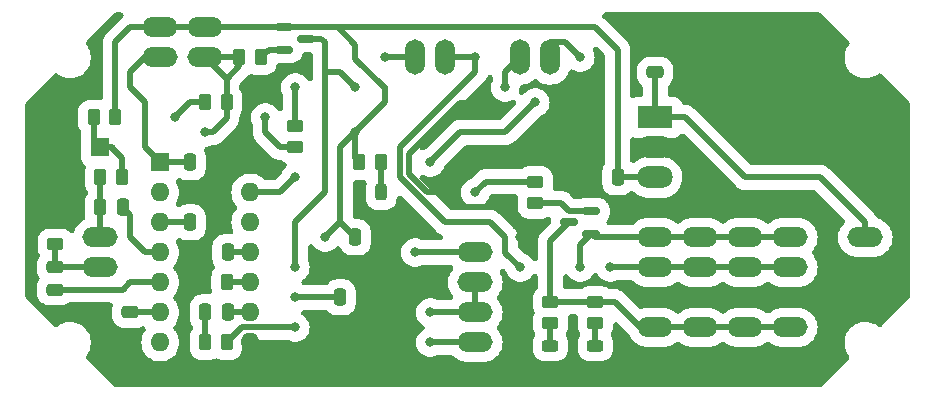
<source format=gbr>
G04 #@! TF.GenerationSoftware,KiCad,Pcbnew,7.0.2-6a45011f42~172~ubuntu22.04.1*
G04 #@! TF.CreationDate,2023-04-26T13:29:52-05:00*
G04 #@! TF.ProjectId,laser,6c617365-722e-46b6-9963-61645f706362,rev?*
G04 #@! TF.SameCoordinates,PXc1c960PY791ddc0*
G04 #@! TF.FileFunction,Copper,L2,Bot*
G04 #@! TF.FilePolarity,Positive*
%FSLAX46Y46*%
G04 Gerber Fmt 4.6, Leading zero omitted, Abs format (unit mm)*
G04 Created by KiCad (PCBNEW 7.0.2-6a45011f42~172~ubuntu22.04.1) date 2023-04-26 13:29:52*
%MOMM*%
%LPD*%
G01*
G04 APERTURE LIST*
G04 Aperture macros list*
%AMRoundRect*
0 Rectangle with rounded corners*
0 $1 Rounding radius*
0 $2 $3 $4 $5 $6 $7 $8 $9 X,Y pos of 4 corners*
0 Add a 4 corners polygon primitive as box body*
4,1,4,$2,$3,$4,$5,$6,$7,$8,$9,$2,$3,0*
0 Add four circle primitives for the rounded corners*
1,1,$1+$1,$2,$3*
1,1,$1+$1,$4,$5*
1,1,$1+$1,$6,$7*
1,1,$1+$1,$8,$9*
0 Add four rect primitives between the rounded corners*
20,1,$1+$1,$2,$3,$4,$5,0*
20,1,$1+$1,$4,$5,$6,$7,0*
20,1,$1+$1,$6,$7,$8,$9,0*
20,1,$1+$1,$8,$9,$2,$3,0*%
G04 Aperture macros list end*
G04 #@! TA.AperFunction,ComponentPad*
%ADD10O,3.000000X1.700000*%
G04 #@! TD*
G04 #@! TA.AperFunction,ComponentPad*
%ADD11R,1.600000X1.600000*%
G04 #@! TD*
G04 #@! TA.AperFunction,ComponentPad*
%ADD12C,1.600000*%
G04 #@! TD*
G04 #@! TA.AperFunction,ComponentPad*
%ADD13O,1.600000X1.600000*%
G04 #@! TD*
G04 #@! TA.AperFunction,ComponentPad*
%ADD14R,3.000000X1.860000*%
G04 #@! TD*
G04 #@! TA.AperFunction,ComponentPad*
%ADD15O,3.000000X1.860000*%
G04 #@! TD*
G04 #@! TA.AperFunction,ComponentPad*
%ADD16O,1.700000X3.000000*%
G04 #@! TD*
G04 #@! TA.AperFunction,SMDPad,CuDef*
%ADD17RoundRect,0.250000X0.250000X0.475000X-0.250000X0.475000X-0.250000X-0.475000X0.250000X-0.475000X0*%
G04 #@! TD*
G04 #@! TA.AperFunction,SMDPad,CuDef*
%ADD18RoundRect,0.150000X0.587500X0.150000X-0.587500X0.150000X-0.587500X-0.150000X0.587500X-0.150000X0*%
G04 #@! TD*
G04 #@! TA.AperFunction,SMDPad,CuDef*
%ADD19RoundRect,0.250000X0.262500X0.450000X-0.262500X0.450000X-0.262500X-0.450000X0.262500X-0.450000X0*%
G04 #@! TD*
G04 #@! TA.AperFunction,SMDPad,CuDef*
%ADD20RoundRect,0.250000X0.475000X-0.250000X0.475000X0.250000X-0.475000X0.250000X-0.475000X-0.250000X0*%
G04 #@! TD*
G04 #@! TA.AperFunction,SMDPad,CuDef*
%ADD21RoundRect,0.250000X-0.250000X-0.475000X0.250000X-0.475000X0.250000X0.475000X-0.250000X0.475000X0*%
G04 #@! TD*
G04 #@! TA.AperFunction,SMDPad,CuDef*
%ADD22RoundRect,0.250000X0.450000X-0.262500X0.450000X0.262500X-0.450000X0.262500X-0.450000X-0.262500X0*%
G04 #@! TD*
G04 #@! TA.AperFunction,SMDPad,CuDef*
%ADD23RoundRect,0.150000X-0.587500X-0.150000X0.587500X-0.150000X0.587500X0.150000X-0.587500X0.150000X0*%
G04 #@! TD*
G04 #@! TA.AperFunction,SMDPad,CuDef*
%ADD24RoundRect,0.250000X-0.262500X-0.450000X0.262500X-0.450000X0.262500X0.450000X-0.262500X0.450000X0*%
G04 #@! TD*
G04 #@! TA.AperFunction,SMDPad,CuDef*
%ADD25RoundRect,0.250000X-0.450000X0.262500X-0.450000X-0.262500X0.450000X-0.262500X0.450000X0.262500X0*%
G04 #@! TD*
G04 #@! TA.AperFunction,SMDPad,CuDef*
%ADD26RoundRect,0.243750X0.456250X-0.243750X0.456250X0.243750X-0.456250X0.243750X-0.456250X-0.243750X0*%
G04 #@! TD*
G04 #@! TA.AperFunction,SMDPad,CuDef*
%ADD27RoundRect,0.250000X-0.475000X0.250000X-0.475000X-0.250000X0.475000X-0.250000X0.475000X0.250000X0*%
G04 #@! TD*
G04 #@! TA.AperFunction,SMDPad,CuDef*
%ADD28RoundRect,0.243750X-0.243750X-0.456250X0.243750X-0.456250X0.243750X0.456250X-0.243750X0.456250X0*%
G04 #@! TD*
G04 #@! TA.AperFunction,ViaPad*
%ADD29C,0.800000*%
G04 #@! TD*
G04 #@! TA.AperFunction,Conductor*
%ADD30C,0.508000*%
G04 #@! TD*
G04 APERTURE END LIST*
D10*
X53346690Y5080000D03*
X53346690Y2540000D03*
X6350000Y10160000D03*
X6350000Y12700000D03*
X71120000Y10160000D03*
X71120000Y12700000D03*
D11*
X6310000Y20320000D03*
D12*
X3810000Y20320000D03*
D10*
X11430000Y27940000D03*
X11430000Y30480000D03*
X15240000Y27940000D03*
X15240000Y30480000D03*
D11*
X11430000Y19050000D03*
D13*
X11430000Y16510000D03*
X11430000Y13970000D03*
X11430000Y11430000D03*
X11430000Y8890000D03*
X11430000Y6350000D03*
X11430000Y3810000D03*
X19050000Y3810000D03*
X19050000Y6350000D03*
X19050000Y8890000D03*
X19050000Y11430000D03*
X19050000Y13970000D03*
X19050000Y16510000D03*
X19050000Y19050000D03*
D10*
X64770000Y5087566D03*
X64770000Y2547566D03*
X57156690Y5080000D03*
X57156690Y2540000D03*
X53346690Y12700000D03*
X53346690Y10160000D03*
X64776690Y12700000D03*
X64776690Y10160000D03*
X38100000Y11430000D03*
X38100000Y8890000D03*
D14*
X53340000Y22860000D03*
D15*
X53340000Y20320000D03*
X53340000Y17780000D03*
D16*
X35560000Y27940000D03*
X33020000Y27940000D03*
D10*
X57156690Y12700000D03*
X57156690Y10160000D03*
X38100000Y6350000D03*
X38100000Y3810000D03*
X60966690Y5080000D03*
X60966690Y2540000D03*
X60966690Y12700000D03*
X60966690Y10160000D03*
D16*
X44450000Y27940000D03*
X41910000Y27940000D03*
D17*
X17140000Y11430000D03*
X15240000Y11430000D03*
D18*
X47934190Y14920000D03*
X47934190Y13020000D03*
X46059190Y13970000D03*
D19*
X8175000Y17780000D03*
X6350000Y17780000D03*
D20*
X53340000Y26670000D03*
X53340000Y28570000D03*
D21*
X27940000Y12700000D03*
X29840000Y12700000D03*
D19*
X17065000Y3810000D03*
X15240000Y3810000D03*
D22*
X22860000Y20320000D03*
X22860000Y22145000D03*
X2540000Y12145000D03*
X2540000Y13970000D03*
D21*
X13970000Y19050000D03*
X15870000Y19050000D03*
D23*
X21922500Y28580000D03*
X21922500Y30480000D03*
X23797500Y29530000D03*
D24*
X18137500Y27940000D03*
X19962500Y27940000D03*
D21*
X13970000Y13970000D03*
X15870000Y13970000D03*
X26670000Y7620000D03*
X28570000Y7620000D03*
D25*
X43180000Y17422500D03*
X43180000Y15597500D03*
D26*
X44456690Y1627500D03*
X44456690Y3502500D03*
D27*
X8890000Y6350000D03*
X8890000Y4450000D03*
D28*
X28272500Y16510000D03*
X30147500Y16510000D03*
D17*
X50160000Y17780000D03*
X48260000Y17780000D03*
D20*
X2540000Y8260000D03*
X2540000Y10160000D03*
D17*
X17140000Y6350000D03*
X15240000Y6350000D03*
D22*
X44456690Y5437500D03*
X44456690Y7262500D03*
D19*
X7620000Y22860000D03*
X5795000Y22860000D03*
X17065000Y8890000D03*
X15240000Y8890000D03*
D22*
X48266690Y5437500D03*
X48266690Y7262500D03*
D24*
X15240000Y24130000D03*
X17065000Y24130000D03*
D17*
X8250000Y15240000D03*
X6350000Y15240000D03*
D26*
X48266690Y1627500D03*
X48266690Y3502500D03*
D19*
X30122500Y19050000D03*
X28297500Y19050000D03*
D29*
X38165000Y24065000D03*
X41916690Y12700000D03*
X19050000Y25400000D03*
X34290000Y8890000D03*
X31750000Y13970000D03*
X45720000Y19050000D03*
X27940000Y21590000D03*
X25400000Y12700000D03*
X20320000Y22860000D03*
X22860000Y7620000D03*
X12700000Y22860000D03*
X22860000Y25400000D03*
X22860000Y17780000D03*
X34290000Y3810000D03*
X22860000Y5080000D03*
X27940000Y25400000D03*
X22860000Y10160000D03*
X30480000Y27940000D03*
X41916690Y10160000D03*
X15240000Y21590000D03*
X43180000Y24130000D03*
X38100000Y27940000D03*
X46996690Y10160000D03*
X34290000Y19050000D03*
X34290000Y6350000D03*
X33020000Y11430000D03*
X40640000Y25400000D03*
X46990000Y27940000D03*
X49536690Y10160000D03*
X38100000Y16510000D03*
D30*
X36830000Y15240000D02*
X35560000Y16510000D01*
X40640000Y15240000D02*
X36830000Y15240000D01*
X35560000Y17780000D02*
X36830000Y19050000D01*
X36830000Y19050000D02*
X41910000Y19050000D01*
X35560000Y16510000D02*
X35560000Y17780000D01*
X34021264Y16510000D02*
X32458000Y18073264D01*
X36765000Y24065000D02*
X38165000Y24065000D01*
X35560000Y16510000D02*
X34021264Y16510000D01*
X2540000Y13970000D02*
X2540000Y16510000D01*
X3810000Y17780000D02*
X3810000Y20320000D01*
X41916690Y13963310D02*
X40640000Y15240000D01*
X44450000Y20320000D02*
X45720000Y19050000D01*
X43180000Y20320000D02*
X44450000Y20320000D01*
X2540000Y16510000D02*
X3810000Y17780000D01*
X41910000Y19050000D02*
X43180000Y20320000D01*
X41916690Y12700000D02*
X41916690Y13963310D01*
X15240000Y11430000D02*
X15240000Y8890000D01*
X32458000Y18073264D02*
X32458000Y19758000D01*
X32458000Y19758000D02*
X36765000Y24065000D01*
X10160000Y20320000D02*
X11430000Y19050000D01*
X8890000Y25400000D02*
X10160000Y24130000D01*
X11430000Y19050000D02*
X13970000Y19050000D01*
X10160000Y27940000D02*
X11430000Y27940000D01*
X8890000Y26670000D02*
X10160000Y27940000D01*
X10160000Y24130000D02*
X10160000Y20320000D01*
X8890000Y25400000D02*
X8890000Y26670000D01*
X22860000Y20320000D02*
X21590000Y20320000D01*
X26458333Y30480000D02*
X21922500Y30480000D01*
X27940000Y21590000D02*
X30480000Y24130000D01*
X50160000Y28580000D02*
X48260000Y30480000D01*
X8890000Y30480000D02*
X11430000Y30480000D01*
X20320000Y21590000D02*
X20320000Y22860000D01*
X21922500Y30480000D02*
X15240000Y30480000D01*
X26670000Y13970000D02*
X25400000Y12700000D01*
X27940000Y12700000D02*
X26670000Y13970000D01*
X27940000Y21590000D02*
X27940000Y19407500D01*
X27940000Y19407500D02*
X28297500Y19050000D01*
X50160000Y17780000D02*
X50160000Y28580000D01*
X53340000Y17780000D02*
X50160000Y17780000D01*
X30480000Y25400000D02*
X30374166Y25400000D01*
X21590000Y20320000D02*
X20320000Y21590000D01*
X27940000Y28998333D02*
X26458333Y30480000D01*
X11430000Y30480000D02*
X15240000Y30480000D01*
X7620000Y29210000D02*
X8890000Y30480000D01*
X26458333Y30480000D02*
X48260000Y30480000D01*
X27940000Y21590000D02*
X26670000Y20320000D01*
X26670000Y20320000D02*
X26670000Y13970000D01*
X30374166Y25400000D02*
X27940000Y27834166D01*
X7620000Y22860000D02*
X7620000Y29210000D01*
X30480000Y24130000D02*
X30480000Y25400000D01*
X27940000Y27834166D02*
X27940000Y28998333D01*
X22860000Y7620000D02*
X26670000Y7620000D01*
X13970000Y24130000D02*
X12700000Y22860000D01*
X15240000Y24130000D02*
X13970000Y24130000D01*
X30122500Y16535000D02*
X30147500Y16510000D01*
X30122500Y19050000D02*
X30122500Y16535000D01*
X20602500Y28580000D02*
X19962500Y27940000D01*
X21922500Y28580000D02*
X20602500Y28580000D01*
X22860000Y22145000D02*
X22860000Y25400000D01*
X21590000Y16510000D02*
X22860000Y17780000D01*
X19050000Y16510000D02*
X21590000Y16510000D01*
X35560000Y3810000D02*
X38100000Y3810000D01*
X18335000Y5080000D02*
X17065000Y3810000D01*
X22860000Y5080000D02*
X18335000Y5080000D01*
X34290000Y3810000D02*
X35560000Y3810000D01*
X6350000Y12700000D02*
X6350000Y15240000D01*
X6350000Y15240000D02*
X6350000Y17780000D01*
X2540000Y10160000D02*
X2540000Y12145000D01*
X6350000Y10160000D02*
X2540000Y10160000D01*
X67310000Y17780000D02*
X71120000Y13970000D01*
X55880000Y22860000D02*
X60960000Y17780000D01*
X53340000Y22860000D02*
X55880000Y22860000D01*
X60960000Y17780000D02*
X67310000Y17780000D01*
X71120000Y12700000D02*
X71120000Y13970000D01*
X53340000Y22860000D02*
X53340000Y26670000D01*
X22860000Y13970000D02*
X22860000Y10160000D01*
X23797500Y29530000D02*
X25080000Y29530000D01*
X26670000Y26670000D02*
X25400000Y26670000D01*
X25400000Y26670000D02*
X25400000Y16510000D01*
X25080000Y29530000D02*
X25400000Y29210000D01*
X25400000Y29210000D02*
X25400000Y26670000D01*
X33020000Y27940000D02*
X30480000Y27940000D01*
X25400000Y16510000D02*
X22860000Y13970000D01*
X27940000Y25400000D02*
X26670000Y26670000D01*
X19050000Y6350000D02*
X17140000Y6350000D01*
X46996690Y10160000D02*
X46996690Y12082500D01*
X60966690Y12700000D02*
X64776690Y12700000D01*
X17065000Y22780000D02*
X17065000Y24130000D01*
X38100000Y27940000D02*
X38100000Y26670000D01*
X18137500Y27940000D02*
X18137500Y27187500D01*
X38100000Y27940000D02*
X35560000Y27940000D01*
X40646690Y11423310D02*
X40646690Y12700000D01*
X53346690Y12700000D02*
X57156690Y12700000D01*
X15240000Y21590000D02*
X15875000Y21590000D01*
X17065000Y26115000D02*
X15240000Y27940000D01*
X39370000Y13970000D02*
X40640000Y12700000D01*
X31750000Y20320000D02*
X31750000Y17780000D01*
X35560000Y13970000D02*
X39370000Y13970000D01*
X46996690Y12082500D02*
X47934190Y13020000D01*
X15875000Y21590000D02*
X17065000Y22780000D01*
X17065000Y24130000D02*
X17065000Y26115000D01*
X36830000Y21590000D02*
X40640000Y21590000D01*
X18137500Y27940000D02*
X15240000Y27940000D01*
X41910000Y10160000D02*
X40646690Y11423310D01*
X34290000Y19050000D02*
X36830000Y21590000D01*
X18137500Y27187500D02*
X17065000Y26115000D01*
X38100000Y26670000D02*
X31750000Y20320000D01*
X57156690Y12700000D02*
X60966690Y12700000D01*
X48254190Y12700000D02*
X53346690Y12700000D01*
X40640000Y21590000D02*
X43180000Y24130000D01*
X47934190Y13020000D02*
X48254190Y12700000D01*
X31750000Y17780000D02*
X35560000Y13970000D01*
X13970000Y13970000D02*
X11430000Y13970000D01*
X15240000Y3810000D02*
X15240000Y6350000D01*
X34290000Y6350000D02*
X38100000Y6350000D01*
X38100000Y6350000D02*
X38100000Y8890000D01*
X33020000Y11430000D02*
X38100000Y11430000D01*
X11430000Y11430000D02*
X10160000Y11430000D01*
X8890000Y12700000D02*
X8890000Y14600000D01*
X8175000Y15315000D02*
X8250000Y15240000D01*
X8890000Y14600000D02*
X8250000Y15240000D01*
X10160000Y11430000D02*
X8890000Y12700000D01*
X11430000Y8890000D02*
X8890000Y8890000D01*
X8890000Y8890000D02*
X8260000Y8260000D01*
X8260000Y8260000D02*
X2540000Y8260000D01*
X11430000Y6350000D02*
X8890000Y6350000D01*
X41910000Y29210000D02*
X41910000Y27940000D01*
X41910000Y27940000D02*
X40640000Y26670000D01*
X40640000Y26670000D02*
X40640000Y25400000D01*
X45720000Y29210000D02*
X46990000Y27940000D01*
X44450000Y29210000D02*
X45720000Y29210000D01*
X57156690Y10160000D02*
X53346690Y10160000D01*
X60966690Y10160000D02*
X57156690Y10160000D01*
X64776690Y10160000D02*
X60966690Y10160000D01*
X49536690Y10160000D02*
X53346690Y10160000D01*
X48266690Y7262500D02*
X44456690Y7262500D01*
X57156690Y5080000D02*
X53346690Y5080000D01*
X44456690Y12367500D02*
X46059190Y13970000D01*
X49894190Y7262500D02*
X52076690Y5080000D01*
X60974256Y5087566D02*
X60966690Y5080000D01*
X48266690Y7262500D02*
X49894190Y7262500D01*
X64770000Y5087566D02*
X60974256Y5087566D01*
X44456690Y7262500D02*
X44456690Y12367500D01*
X60966690Y5080000D02*
X57156690Y5080000D01*
X52076690Y5080000D02*
X53346690Y5080000D01*
X45362500Y15597500D02*
X43180000Y15597500D01*
X46040000Y14920000D02*
X45362500Y15597500D01*
X47934190Y14920000D02*
X46040000Y14920000D01*
X39012500Y17422500D02*
X43180000Y17422500D01*
X38100000Y16510000D02*
X39012500Y17422500D01*
X5795000Y20835000D02*
X6310000Y20320000D01*
X8175000Y17780000D02*
X8175000Y19455000D01*
X7465000Y20165000D02*
X7310000Y20320000D01*
X7310000Y20320000D02*
X6310000Y20320000D01*
X5795000Y22860000D02*
X5795000Y20835000D01*
X8175000Y19455000D02*
X7465000Y20165000D01*
X17140000Y11430000D02*
X19050000Y11430000D01*
X48266690Y3502500D02*
X48266690Y5437500D01*
X44456690Y3502500D02*
X44456690Y5437500D01*
X17065000Y8890000D02*
X19050000Y8890000D01*
G04 #@! TA.AperFunction,Conductor*
G36*
X8164403Y31730242D02*
G01*
X8246482Y31675398D01*
X8301326Y31593319D01*
X8320584Y31496500D01*
X8301326Y31399681D01*
X8246482Y31317602D01*
X8228086Y31300929D01*
X8140747Y31229252D01*
X8115603Y31198615D01*
X8098934Y31180224D01*
X6919776Y30001066D01*
X6901385Y29984397D01*
X6870749Y29959254D01*
X6814994Y29891315D01*
X6738972Y29798683D01*
X6641054Y29615493D01*
X6580758Y29416721D01*
X6560398Y29209999D01*
X6564282Y29170565D01*
X6565500Y29145768D01*
X6565500Y24594692D01*
X6546242Y24497873D01*
X6491398Y24415794D01*
X6409319Y24360950D01*
X6312500Y24341692D01*
X6287701Y24342910D01*
X6115276Y24359893D01*
X6115265Y24359894D01*
X6109108Y24360500D01*
X5480892Y24360500D01*
X5474732Y24359894D01*
X5474726Y24359893D01*
X5326563Y24345300D01*
X5128548Y24285234D01*
X4946049Y24187685D01*
X4786089Y24056411D01*
X4654815Y23896451D01*
X4557266Y23713952D01*
X4497200Y23515937D01*
X4484483Y23386815D01*
X4482000Y23361608D01*
X4482000Y22358392D01*
X4482606Y22352232D01*
X4482607Y22352227D01*
X4497200Y22204064D01*
X4557266Y22006049D01*
X4654815Y21823550D01*
X4683071Y21789120D01*
X4729606Y21702061D01*
X4740500Y21628618D01*
X4740500Y21387591D01*
X4726303Y21304033D01*
X4724631Y21299257D01*
X4710295Y21172016D01*
X4710294Y21172004D01*
X4709500Y21164954D01*
X4709500Y19475046D01*
X4710294Y19467996D01*
X4710295Y19467985D01*
X4724631Y19340747D01*
X4784211Y19170478D01*
X4880183Y19017739D01*
X5027895Y18870027D01*
X5026748Y18868881D01*
X5068962Y18828974D01*
X5109284Y18738869D01*
X5112056Y18640192D01*
X5104735Y18609124D01*
X5052201Y18435939D01*
X5052200Y18435937D01*
X5052200Y18435934D01*
X5048803Y18401445D01*
X5038852Y18300407D01*
X5037000Y18281608D01*
X5037000Y17278392D01*
X5037606Y17272232D01*
X5037607Y17272227D01*
X5052200Y17124064D01*
X5112266Y16926049D01*
X5175269Y16808181D01*
X5209815Y16743550D01*
X5228814Y16720399D01*
X5238071Y16709120D01*
X5284606Y16622061D01*
X5295500Y16548618D01*
X5295500Y16481152D01*
X5276242Y16384333D01*
X5238074Y16320653D01*
X5222315Y16301451D01*
X5124766Y16118952D01*
X5064700Y15920937D01*
X5050932Y15781143D01*
X5049500Y15766608D01*
X5049500Y14713392D01*
X5050106Y14707232D01*
X5050107Y14707227D01*
X5052886Y14679013D01*
X5064700Y14559066D01*
X5081776Y14502774D01*
X5088610Y14480245D01*
X5098284Y14382004D01*
X5069628Y14287539D01*
X5007003Y14211232D01*
X4965032Y14186075D01*
X4965349Y14185558D01*
X4726860Y14039412D01*
X4529311Y13870689D01*
X4360588Y13673140D01*
X4224847Y13451631D01*
X4192694Y13374006D01*
X4141901Y13251380D01*
X4139444Y13245449D01*
X4084600Y13163370D01*
X4002521Y13108526D01*
X3905702Y13089268D01*
X3808883Y13108526D01*
X3745201Y13146696D01*
X3576450Y13285185D01*
X3393951Y13382734D01*
X3195936Y13442800D01*
X3047773Y13457393D01*
X3047768Y13457394D01*
X3041608Y13458000D01*
X2038392Y13458000D01*
X2032232Y13457394D01*
X2032226Y13457393D01*
X1884063Y13442800D01*
X1686048Y13382734D01*
X1503549Y13285185D01*
X1343589Y13153911D01*
X1212315Y12993951D01*
X1114766Y12811452D01*
X1054700Y12613437D01*
X1042686Y12491451D01*
X1039500Y12459108D01*
X1039500Y11830892D01*
X1040106Y11824732D01*
X1040107Y11824727D01*
X1054700Y11676564D01*
X1114766Y11478548D01*
X1219742Y11282154D01*
X1248398Y11187689D01*
X1238722Y11089448D01*
X1192191Y11002393D01*
X1187317Y10996454D01*
X1089766Y10813952D01*
X1029700Y10615937D01*
X1016014Y10476975D01*
X1014500Y10461608D01*
X1014500Y9858392D01*
X1015106Y9852232D01*
X1015107Y9852227D01*
X1029700Y9704064D01*
X1089767Y9506046D01*
X1184260Y9329263D01*
X1212916Y9234798D01*
X1203240Y9136558D01*
X1184260Y9090737D01*
X1089767Y8913955D01*
X1029700Y8715937D01*
X1015327Y8570000D01*
X1014500Y8561608D01*
X1014500Y7958392D01*
X1015106Y7952232D01*
X1015107Y7952227D01*
X1029700Y7804064D01*
X1089766Y7606049D01*
X1187315Y7423550D01*
X1318589Y7263590D01*
X1412586Y7186450D01*
X1478550Y7132315D01*
X1633823Y7049319D01*
X1661048Y7034767D01*
X1762627Y7003954D01*
X1859066Y6974700D01*
X2013392Y6959500D01*
X2019593Y6959500D01*
X3060407Y6959500D01*
X3066608Y6959500D01*
X3220934Y6974700D01*
X3418954Y7034768D01*
X3601450Y7132315D01*
X3620652Y7148074D01*
X3707709Y7194606D01*
X3781151Y7205500D01*
X7159776Y7205500D01*
X7256595Y7186242D01*
X7338674Y7131398D01*
X7393518Y7049319D01*
X7412776Y6952500D01*
X7401882Y6879059D01*
X7379700Y6805937D01*
X7370766Y6715222D01*
X7364500Y6651608D01*
X7364500Y6048392D01*
X7365106Y6042232D01*
X7365107Y6042227D01*
X7379700Y5894064D01*
X7439766Y5696049D01*
X7537315Y5513550D01*
X7668589Y5353590D01*
X7769528Y5270753D01*
X7828550Y5222315D01*
X7986433Y5137924D01*
X8011048Y5124767D01*
X8133686Y5087566D01*
X8209066Y5064700D01*
X8363392Y5049500D01*
X8369593Y5049500D01*
X9410407Y5049500D01*
X9416608Y5049500D01*
X9570934Y5064700D01*
X9768954Y5124768D01*
X9836333Y5160784D01*
X9930794Y5189438D01*
X10029034Y5179764D01*
X10116094Y5133230D01*
X10178720Y5056923D01*
X10207376Y4962458D01*
X10197702Y4864218D01*
X10151168Y4777158D01*
X10147980Y4773350D01*
X10131168Y4753666D01*
X9999532Y4538858D01*
X9909547Y4321610D01*
X9903127Y4306111D01*
X9877800Y4200615D01*
X9844316Y4061145D01*
X9824551Y3810000D01*
X9844316Y3558856D01*
X9844317Y3558852D01*
X9903127Y3313889D01*
X9903128Y3313887D01*
X9999532Y3081143D01*
X10131166Y2866338D01*
X10156342Y2836861D01*
X10294776Y2674776D01*
X10404663Y2580924D01*
X10472254Y2523195D01*
X10486341Y2511164D01*
X10552555Y2470588D01*
X10701142Y2379533D01*
X10749232Y2359614D01*
X10933889Y2283127D01*
X11178852Y2224317D01*
X11430000Y2204551D01*
X11681148Y2224317D01*
X11926111Y2283127D01*
X12158859Y2379534D01*
X12373659Y2511164D01*
X12565224Y2674776D01*
X12728836Y2866341D01*
X12860466Y3081141D01*
X12956873Y3313889D01*
X13015683Y3558852D01*
X13035449Y3810000D01*
X13015683Y4061148D01*
X12956873Y4306111D01*
X12899215Y4445311D01*
X12860467Y4538858D01*
X12769253Y4687705D01*
X12728836Y4753659D01*
X12713985Y4771047D01*
X12633831Y4864895D01*
X12590448Y4915690D01*
X12542214Y5001818D01*
X12530611Y5099850D01*
X12557406Y5194859D01*
X12590449Y5244311D01*
X12728836Y5406341D01*
X12860466Y5621141D01*
X12956873Y5853889D01*
X13015683Y6098852D01*
X13035449Y6350000D01*
X13015683Y6601148D01*
X12956873Y6846111D01*
X12880316Y7030937D01*
X12860467Y7078858D01*
X12782860Y7205500D01*
X12728836Y7293659D01*
X12713065Y7312124D01*
X12619578Y7421584D01*
X12590448Y7455690D01*
X12542214Y7541818D01*
X12530611Y7639850D01*
X12557406Y7734859D01*
X12590449Y7784311D01*
X12607320Y7804064D01*
X12728836Y7946341D01*
X12860466Y8161141D01*
X12861418Y8163438D01*
X12877366Y8201941D01*
X12956873Y8393889D01*
X13015683Y8638852D01*
X13035449Y8890000D01*
X13015683Y9141148D01*
X12956873Y9386111D01*
X12896173Y9532654D01*
X12860467Y9618858D01*
X12742832Y9810819D01*
X12728836Y9833659D01*
X12712977Y9852227D01*
X12634169Y9944500D01*
X12590448Y9995690D01*
X12542214Y10081818D01*
X12530611Y10179850D01*
X12557406Y10274859D01*
X12590449Y10324311D01*
X12613033Y10350753D01*
X12728836Y10486341D01*
X12860466Y10701141D01*
X12956873Y10933889D01*
X13015683Y11178852D01*
X13035449Y11430000D01*
X13015683Y11681148D01*
X12956873Y11926111D01*
X12880316Y12110937D01*
X12860467Y12158858D01*
X12796627Y12263034D01*
X12762460Y12355649D01*
X12766335Y12454288D01*
X12807663Y12543936D01*
X12880152Y12610945D01*
X12972767Y12645112D01*
X13071406Y12641237D01*
X13131610Y12618352D01*
X13133549Y12617316D01*
X13133550Y12617315D01*
X13316046Y12519768D01*
X13514066Y12459700D01*
X13668392Y12444500D01*
X13674593Y12444500D01*
X14265407Y12444500D01*
X14271608Y12444500D01*
X14425934Y12459700D01*
X14623954Y12519768D01*
X14806450Y12617315D01*
X14966410Y12748590D01*
X15097685Y12908550D01*
X15195232Y13091046D01*
X15199614Y13105490D01*
X15208725Y13135528D01*
X15255300Y13289066D01*
X15270500Y13443392D01*
X15270500Y14496608D01*
X15255300Y14650934D01*
X15234576Y14719254D01*
X15195233Y14848952D01*
X15160646Y14913659D01*
X15097685Y15031450D01*
X15037141Y15105224D01*
X14966410Y15191411D01*
X14806450Y15322685D01*
X14623951Y15420234D01*
X14425936Y15480300D01*
X14277773Y15494893D01*
X14277768Y15494894D01*
X14271608Y15495500D01*
X13668392Y15495500D01*
X13662232Y15494894D01*
X13662226Y15494893D01*
X13514063Y15480300D01*
X13316047Y15420234D01*
X13131609Y15321648D01*
X13037144Y15292992D01*
X12938903Y15302668D01*
X12851844Y15349202D01*
X12789219Y15425510D01*
X12760563Y15519975D01*
X12770239Y15618216D01*
X12796628Y15676967D01*
X12860465Y15781139D01*
X12860467Y15781143D01*
X12956873Y16013889D01*
X13015683Y16258852D01*
X13035449Y16510000D01*
X13015683Y16761148D01*
X12956873Y17006111D01*
X12860466Y17238859D01*
X12796625Y17343037D01*
X12762459Y17435647D01*
X12766334Y17534287D01*
X12807661Y17623935D01*
X12880150Y17690944D01*
X12972764Y17725112D01*
X13071404Y17721237D01*
X13131608Y17698353D01*
X13133550Y17697315D01*
X13289906Y17613740D01*
X13316048Y17599767D01*
X13477199Y17550884D01*
X13514066Y17539700D01*
X13668392Y17524500D01*
X13674593Y17524500D01*
X14265407Y17524500D01*
X14271608Y17524500D01*
X14425934Y17539700D01*
X14623954Y17599768D01*
X14806450Y17697315D01*
X14966410Y17828590D01*
X15097685Y17988550D01*
X15195232Y18171046D01*
X15255300Y18369066D01*
X15270500Y18523392D01*
X15270500Y19576608D01*
X15255300Y19730934D01*
X15218091Y19853597D01*
X15195233Y19928952D01*
X15148044Y20017236D01*
X15119388Y20111701D01*
X15129064Y20209941D01*
X15175598Y20297001D01*
X15251906Y20359626D01*
X15328626Y20382900D01*
X15328198Y20385192D01*
X15351243Y20389500D01*
X15569940Y20430382D01*
X15777401Y20510753D01*
X15777402Y20510754D01*
X15781409Y20512306D01*
X15850550Y20524407D01*
X15850201Y20527956D01*
X15874997Y20530399D01*
X15875000Y20530398D01*
X16081718Y20550758D01*
X16280493Y20611055D01*
X16463683Y20708973D01*
X16463682Y20708974D01*
X16504568Y20730828D01*
X16539123Y20770887D01*
X16624252Y20840748D01*
X16649397Y20871389D01*
X16666053Y20889767D01*
X17765234Y21988948D01*
X17783611Y22005603D01*
X17814252Y22030748D01*
X17946027Y22191317D01*
X18003593Y22299015D01*
X18043945Y22374507D01*
X18104242Y22573281D01*
X18124602Y22780000D01*
X18120718Y22819436D01*
X18119500Y22844233D01*
X18119500Y22898618D01*
X18138758Y22995437D01*
X18176929Y23059120D01*
X18195326Y23081537D01*
X18205185Y23093550D01*
X18302732Y23276046D01*
X18362800Y23474066D01*
X18378000Y23628392D01*
X18378000Y24631608D01*
X18362800Y24785934D01*
X18343786Y24848616D01*
X18302733Y24983952D01*
X18302732Y24983954D01*
X18205185Y25166450D01*
X18186185Y25189602D01*
X18176926Y25200885D01*
X18130393Y25287946D01*
X18119500Y25361384D01*
X18119500Y25573417D01*
X18138758Y25670236D01*
X18193600Y25752313D01*
X18837734Y26396448D01*
X18856111Y26413103D01*
X18886752Y26438248D01*
X18923480Y26483003D01*
X18999785Y26545626D01*
X19094250Y26574282D01*
X19192490Y26564608D01*
X19238309Y26545630D01*
X19296046Y26514768D01*
X19296048Y26514768D01*
X19296049Y26514767D01*
X19378965Y26489615D01*
X19494066Y26454700D01*
X19648392Y26439500D01*
X19654593Y26439500D01*
X20270407Y26439500D01*
X20276608Y26439500D01*
X20430934Y26454700D01*
X20628954Y26514768D01*
X20811450Y26612315D01*
X20971410Y26743590D01*
X21102685Y26903550D01*
X21200232Y27086046D01*
X21260300Y27284066D01*
X21260300Y27284068D01*
X21265115Y27299940D01*
X21311648Y27387000D01*
X21387956Y27449625D01*
X21482421Y27478282D01*
X21507221Y27479500D01*
X22559536Y27479500D01*
X22565138Y27479500D01*
X22668990Y27488733D01*
X22678553Y27489583D01*
X22771478Y27516173D01*
X22864406Y27542763D01*
X23035751Y27632266D01*
X23185571Y27754429D01*
X23307734Y27904249D01*
X23397237Y28075594D01*
X23416585Y28143212D01*
X23446026Y28246100D01*
X23491176Y28333885D01*
X23566483Y28397710D01*
X23660483Y28427858D01*
X23689264Y28429500D01*
X24092500Y28429500D01*
X24189319Y28410242D01*
X24271398Y28355398D01*
X24326242Y28273319D01*
X24345500Y28176500D01*
X24345500Y26734233D01*
X24344282Y26709436D01*
X24340398Y26670001D01*
X24344282Y26630565D01*
X24345500Y26605768D01*
X24345500Y26179815D01*
X24326242Y26082996D01*
X24271398Y26000917D01*
X24189319Y25946073D01*
X24092500Y25926815D01*
X23995681Y25946073D01*
X23913602Y26000917D01*
X23890602Y26027348D01*
X23750980Y26212237D01*
X23586562Y26362124D01*
X23397403Y26479246D01*
X23397401Y26479247D01*
X23189940Y26559618D01*
X23189939Y26559619D01*
X23189937Y26559619D01*
X22971243Y26600500D01*
X22748757Y26600500D01*
X22530062Y26559619D01*
X22322596Y26479246D01*
X22133437Y26362124D01*
X21969017Y26212235D01*
X21834944Y26034693D01*
X21735770Y25835528D01*
X21674884Y25621537D01*
X21654356Y25400000D01*
X21674884Y25178464D01*
X21735771Y24964472D01*
X21778976Y24877705D01*
X21804893Y24782453D01*
X21805500Y24764933D01*
X21805500Y23639815D01*
X21786242Y23542996D01*
X21731398Y23460917D01*
X21649319Y23406073D01*
X21552500Y23386815D01*
X21455681Y23406073D01*
X21373602Y23460917D01*
X21350602Y23487348D01*
X21210980Y23672237D01*
X21046562Y23822124D01*
X20857403Y23939246D01*
X20857401Y23939247D01*
X20649940Y24019618D01*
X20649939Y24019619D01*
X20649937Y24019619D01*
X20431243Y24060500D01*
X20208757Y24060500D01*
X19990062Y24019619D01*
X19782596Y23939246D01*
X19593437Y23822124D01*
X19429017Y23672235D01*
X19294944Y23494693D01*
X19195770Y23295528D01*
X19134884Y23081537D01*
X19114356Y22860000D01*
X19134884Y22638464D01*
X19195771Y22424471D01*
X19238976Y22337705D01*
X19264893Y22242453D01*
X19265500Y22224933D01*
X19265500Y21654233D01*
X19264282Y21629436D01*
X19264202Y21628618D01*
X19260398Y21590000D01*
X19269408Y21498521D01*
X19280758Y21383280D01*
X19341055Y21184507D01*
X19402661Y21069252D01*
X19438972Y21001318D01*
X19570748Y20840748D01*
X19601378Y20815611D01*
X19619775Y20798937D01*
X20798935Y19619777D01*
X20815608Y19601381D01*
X20835939Y19576608D01*
X20840748Y19570748D01*
X20914161Y19510500D01*
X21001316Y19438973D01*
X21184507Y19341055D01*
X21184509Y19341054D01*
X21283289Y19311090D01*
X21383281Y19280758D01*
X21590000Y19260398D01*
X21606565Y19262030D01*
X21704803Y19252354D01*
X21791862Y19205821D01*
X21823550Y19179815D01*
X21937341Y19118992D01*
X22005717Y19082444D01*
X22082025Y19019819D01*
X22128559Y18932759D01*
X22138235Y18834519D01*
X22109579Y18740054D01*
X22056899Y18672350D01*
X21969017Y18592236D01*
X21834944Y18414693D01*
X21735769Y18215527D01*
X21726523Y18183028D01*
X21681503Y18095176D01*
X21662080Y18073370D01*
X21227314Y17638602D01*
X21145235Y17583759D01*
X21048417Y17564500D01*
X20370803Y17564500D01*
X20273984Y17583758D01*
X20200721Y17632712D01*
X20200364Y17632293D01*
X20196830Y17635311D01*
X20191905Y17638602D01*
X20187883Y17642953D01*
X19993662Y17808834D01*
X19778857Y17940468D01*
X19546113Y18036872D01*
X19546111Y18036873D01*
X19301148Y18095683D01*
X19301144Y18095684D01*
X19050000Y18115449D01*
X18798855Y18095684D01*
X18705911Y18073370D01*
X18553889Y18036873D01*
X18553887Y18036873D01*
X18553886Y18036872D01*
X18321142Y17940468D01*
X18106337Y17808834D01*
X17914776Y17645224D01*
X17751166Y17453663D01*
X17619532Y17238858D01*
X17527867Y17017554D01*
X17523127Y17006111D01*
X17503906Y16926049D01*
X17464316Y16761145D01*
X17444551Y16510000D01*
X17464316Y16258856D01*
X17464317Y16258852D01*
X17523127Y16013889D01*
X17526689Y16005290D01*
X17619532Y15781143D01*
X17683372Y15676967D01*
X17751164Y15566341D01*
X17797709Y15511844D01*
X17889551Y15404310D01*
X17937785Y15318181D01*
X17949388Y15220150D01*
X17922593Y15125140D01*
X17889551Y15075690D01*
X17751166Y14913662D01*
X17619532Y14698858D01*
X17528981Y14480245D01*
X17523127Y14466111D01*
X17497596Y14359767D01*
X17464316Y14221145D01*
X17444551Y13970000D01*
X17464316Y13718856D01*
X17464317Y13718852D01*
X17523127Y13473889D01*
X17560885Y13382732D01*
X17592951Y13305318D01*
X17612209Y13208499D01*
X17592950Y13111680D01*
X17538106Y13029601D01*
X17456027Y12974758D01*
X17359209Y12955500D01*
X16838392Y12955500D01*
X16832232Y12954894D01*
X16832226Y12954893D01*
X16684063Y12940300D01*
X16486048Y12880234D01*
X16303549Y12782685D01*
X16143589Y12651411D01*
X16012315Y12491451D01*
X15914766Y12308952D01*
X15854700Y12110937D01*
X15840360Y11965337D01*
X15839500Y11956608D01*
X15839500Y10903392D01*
X15840106Y10897232D01*
X15840107Y10897227D01*
X15854700Y10749064D01*
X15914766Y10551049D01*
X16012315Y10368550D01*
X16018258Y10361308D01*
X16064790Y10274248D01*
X16074464Y10176007D01*
X16045807Y10081543D01*
X16018256Y10040310D01*
X15924815Y9926451D01*
X15827266Y9743952D01*
X15767200Y9545937D01*
X15752985Y9401604D01*
X15752000Y9391608D01*
X15752000Y8388392D01*
X15752606Y8382232D01*
X15752607Y8382227D01*
X15767200Y8234064D01*
X15776945Y8201941D01*
X15786621Y8103700D01*
X15757964Y8009235D01*
X15695339Y7932928D01*
X15608280Y7886394D01*
X15534839Y7875500D01*
X14938392Y7875500D01*
X14932232Y7874894D01*
X14932226Y7874893D01*
X14784063Y7860300D01*
X14586048Y7800234D01*
X14403549Y7702685D01*
X14243589Y7571411D01*
X14112315Y7411451D01*
X14014766Y7228952D01*
X13954700Y7030937D01*
X13945652Y6939066D01*
X13939500Y6876608D01*
X13939500Y5823392D01*
X13940106Y5817232D01*
X13940107Y5817227D01*
X13954700Y5669064D01*
X14014767Y5471047D01*
X14061170Y5384235D01*
X14112315Y5288550D01*
X14128072Y5269350D01*
X14174605Y5182295D01*
X14185500Y5108846D01*
X14185499Y5041380D01*
X14166239Y4944562D01*
X14128075Y4880888D01*
X14099816Y4846454D01*
X14002266Y4663952D01*
X13942200Y4465937D01*
X13927985Y4321604D01*
X13927000Y4311608D01*
X13927000Y3308392D01*
X13927606Y3302232D01*
X13927607Y3302227D01*
X13942200Y3154064D01*
X14002266Y2956049D01*
X14099815Y2773550D01*
X14231089Y2613590D01*
X14355897Y2511164D01*
X14391050Y2482315D01*
X14541257Y2402027D01*
X14573548Y2384767D01*
X14734699Y2335884D01*
X14771566Y2324700D01*
X14925892Y2309500D01*
X14932093Y2309500D01*
X15547907Y2309500D01*
X15554108Y2309500D01*
X15708434Y2324700D01*
X15906454Y2384768D01*
X16033240Y2452538D01*
X16127698Y2481191D01*
X16225938Y2471517D01*
X16271763Y2452536D01*
X16398546Y2384768D01*
X16596566Y2324700D01*
X16750892Y2309500D01*
X16757093Y2309500D01*
X17372907Y2309500D01*
X17379108Y2309500D01*
X17533434Y2324700D01*
X17731454Y2384768D01*
X17913950Y2482315D01*
X18073910Y2613590D01*
X18205185Y2773550D01*
X18302732Y2956046D01*
X18362800Y3154066D01*
X18378000Y3308392D01*
X18378000Y3526917D01*
X18397258Y3623736D01*
X18452099Y3705812D01*
X18697685Y3951398D01*
X18779766Y4006242D01*
X18876584Y4025500D01*
X22211425Y4025500D01*
X22302819Y4008416D01*
X22322598Y4000754D01*
X22322599Y4000753D01*
X22530060Y3920382D01*
X22748757Y3879500D01*
X22971243Y3879500D01*
X23189940Y3920382D01*
X23397401Y4000753D01*
X23586562Y4117876D01*
X23750981Y4267764D01*
X23885058Y4445311D01*
X23984229Y4644472D01*
X24045115Y4858464D01*
X24065643Y5080000D01*
X24045115Y5301536D01*
X24030304Y5353590D01*
X23984229Y5515528D01*
X23961835Y5560500D01*
X23885058Y5714689D01*
X23807625Y5817227D01*
X23750982Y5892235D01*
X23748973Y5894066D01*
X23586562Y6042124D01*
X23507615Y6091006D01*
X23497296Y6097395D01*
X23425117Y6164737D01*
X23384203Y6254575D01*
X23380783Y6353232D01*
X23415378Y6445687D01*
X23482720Y6517866D01*
X23572558Y6558780D01*
X23630483Y6565500D01*
X25416951Y6565500D01*
X25513770Y6546242D01*
X25595849Y6491398D01*
X25612524Y6473000D01*
X25673590Y6398589D01*
X25762462Y6325655D01*
X25833550Y6267315D01*
X25992911Y6182134D01*
X26016048Y6169767D01*
X26177199Y6120884D01*
X26214066Y6109700D01*
X26368392Y6094500D01*
X26374593Y6094500D01*
X26965407Y6094500D01*
X26971608Y6094500D01*
X27125934Y6109700D01*
X27323954Y6169768D01*
X27506450Y6267315D01*
X27666410Y6398590D01*
X27797685Y6558550D01*
X27895232Y6741046D01*
X27955300Y6939066D01*
X27970500Y7093392D01*
X27970500Y8146608D01*
X27955300Y8300934D01*
X27915471Y8432235D01*
X27895233Y8498952D01*
X27862442Y8560299D01*
X27797685Y8681450D01*
X27742575Y8748602D01*
X27666410Y8841411D01*
X27506450Y8972685D01*
X27323951Y9070234D01*
X27125936Y9130300D01*
X26977773Y9144893D01*
X26977768Y9144894D01*
X26971608Y9145500D01*
X26368392Y9145500D01*
X26362232Y9144894D01*
X26362226Y9144893D01*
X26214063Y9130300D01*
X26016048Y9070234D01*
X25833549Y8972685D01*
X25673590Y8841412D01*
X25612524Y8767000D01*
X25536216Y8704375D01*
X25441751Y8675718D01*
X25416951Y8674500D01*
X23630483Y8674500D01*
X23533664Y8693758D01*
X23451585Y8748602D01*
X23396741Y8830681D01*
X23377483Y8927500D01*
X23396741Y9024319D01*
X23451585Y9106398D01*
X23497296Y9142605D01*
X23504222Y9146894D01*
X23586562Y9197876D01*
X23750981Y9347764D01*
X23885058Y9525311D01*
X23984229Y9724472D01*
X24045115Y9938464D01*
X24065643Y10160000D01*
X24045115Y10381536D01*
X24034456Y10418997D01*
X23984228Y10595531D01*
X23941024Y10682296D01*
X23915107Y10777549D01*
X23914500Y10795068D01*
X23914500Y11920186D01*
X23933758Y12017005D01*
X23988602Y12099084D01*
X24070681Y12153928D01*
X24167500Y12173186D01*
X24264319Y12153928D01*
X24346398Y12099084D01*
X24369399Y12072652D01*
X24374940Y12065314D01*
X24374942Y12065311D01*
X24509019Y11887764D01*
X24673438Y11737876D01*
X24862599Y11620753D01*
X25070060Y11540382D01*
X25288757Y11499500D01*
X25511243Y11499500D01*
X25729940Y11540382D01*
X25937401Y11620753D01*
X26126562Y11737876D01*
X26290981Y11887764D01*
X26290981Y11887765D01*
X26308306Y11903558D01*
X26310934Y11900675D01*
X26353438Y11938547D01*
X26446662Y11971015D01*
X26545214Y11965337D01*
X26634091Y11922376D01*
X26699763Y11848674D01*
X26704789Y11839713D01*
X26812313Y11638552D01*
X26943589Y11478590D01*
X27050199Y11391099D01*
X27103550Y11347315D01*
X27286046Y11249768D01*
X27286048Y11249767D01*
X27447199Y11200884D01*
X27484066Y11189700D01*
X27638392Y11174500D01*
X27644593Y11174500D01*
X28235407Y11174500D01*
X28241608Y11174500D01*
X28395934Y11189700D01*
X28593954Y11249768D01*
X28776450Y11347315D01*
X28936410Y11478590D01*
X29067685Y11638550D01*
X29165232Y11821046D01*
X29225300Y12019066D01*
X29240500Y12173392D01*
X29240500Y13226608D01*
X29225300Y13380934D01*
X29204576Y13449253D01*
X29165233Y13578952D01*
X29073168Y13751192D01*
X29067685Y13761450D01*
X29003841Y13839245D01*
X28936410Y13921411D01*
X28776450Y14052685D01*
X28593951Y14150234D01*
X28395936Y14210300D01*
X28247773Y14224893D01*
X28247768Y14224894D01*
X28241608Y14225500D01*
X28235407Y14225500D01*
X28010584Y14225500D01*
X27913765Y14244758D01*
X27831686Y14299602D01*
X27798602Y14332686D01*
X27743758Y14414765D01*
X27724500Y14511584D01*
X27724500Y17296790D01*
X27743758Y17393609D01*
X27798602Y17475688D01*
X27880681Y17530532D01*
X27977500Y17549790D01*
X27981429Y17549694D01*
X27983392Y17549500D01*
X27989287Y17549500D01*
X28605407Y17549500D01*
X28611608Y17549500D01*
X28624248Y17550745D01*
X28722489Y17541072D01*
X28809550Y17494540D01*
X28872177Y17418234D01*
X28900835Y17323770D01*
X28891162Y17225529D01*
X28891161Y17225525D01*
X28874609Y17170961D01*
X28861882Y17041737D01*
X28859500Y17017554D01*
X28859500Y16002446D01*
X28860106Y15996287D01*
X28860107Y15996279D01*
X28874609Y15849039D01*
X28934318Y15652202D01*
X29031287Y15470786D01*
X29161780Y15311781D01*
X29320785Y15181288D01*
X29320786Y15181288D01*
X29320788Y15181286D01*
X29475479Y15098602D01*
X29502201Y15084319D01*
X29635915Y15043758D01*
X29699041Y15024609D01*
X29852446Y15009500D01*
X29858648Y15009500D01*
X30436352Y15009500D01*
X30442554Y15009500D01*
X30595959Y15024609D01*
X30792801Y15084320D01*
X30974212Y15181286D01*
X31133219Y15311781D01*
X31263714Y15470788D01*
X31360680Y15652199D01*
X31420391Y15849041D01*
X31435500Y16002446D01*
X31435500Y16005953D01*
X31459316Y16101049D01*
X31518118Y16180340D01*
X31602788Y16231093D01*
X31700434Y16245582D01*
X31796193Y16221600D01*
X31866928Y16171784D01*
X34768934Y13269778D01*
X34785609Y13251380D01*
X34810748Y13220747D01*
X34937468Y13116752D01*
X34968791Y13091046D01*
X34971317Y13088973D01*
X35149090Y12993951D01*
X35154510Y12991054D01*
X35192249Y12979606D01*
X35279309Y12933072D01*
X35341934Y12856764D01*
X35370590Y12762299D01*
X35360914Y12664059D01*
X35314380Y12576999D01*
X35238072Y12514374D01*
X35143607Y12485718D01*
X35118808Y12484500D01*
X33668575Y12484500D01*
X33577181Y12501584D01*
X33544166Y12514374D01*
X33349940Y12589618D01*
X33349939Y12589619D01*
X33349937Y12589619D01*
X33131243Y12630500D01*
X32908757Y12630500D01*
X32690062Y12589619D01*
X32482596Y12509246D01*
X32293437Y12392124D01*
X32129017Y12242235D01*
X31994944Y12064693D01*
X31895770Y11865528D01*
X31834884Y11651537D01*
X31814356Y11430000D01*
X31834884Y11208464D01*
X31895770Y10994473D01*
X31906843Y10972236D01*
X31994942Y10795311D01*
X31994943Y10795310D01*
X31994944Y10795308D01*
X32081455Y10680748D01*
X32129019Y10617764D01*
X32293438Y10467876D01*
X32482599Y10350753D01*
X32690060Y10270382D01*
X32908757Y10229500D01*
X33131243Y10229500D01*
X33349940Y10270382D01*
X33557401Y10350753D01*
X33557402Y10350754D01*
X33577181Y10358416D01*
X33668575Y10375500D01*
X35999386Y10375500D01*
X36096205Y10356242D01*
X36178284Y10301398D01*
X36233128Y10219319D01*
X36252386Y10122500D01*
X36233128Y10025681D01*
X36191770Y9958193D01*
X36175039Y9938602D01*
X36110588Y9863140D01*
X35974847Y9641632D01*
X35919649Y9508370D01*
X35881032Y9415140D01*
X35875425Y9401604D01*
X35814778Y9148997D01*
X35794396Y8890001D01*
X35814778Y8631004D01*
X35875425Y8378397D01*
X35875427Y8378390D01*
X35932152Y8241445D01*
X35974847Y8138369D01*
X36037551Y8036046D01*
X36110588Y7916860D01*
X36191770Y7821809D01*
X36240003Y7735681D01*
X36251606Y7637650D01*
X36224811Y7542640D01*
X36163696Y7465117D01*
X36077567Y7416883D01*
X35999386Y7404500D01*
X34938575Y7404500D01*
X34847181Y7421584D01*
X34759143Y7455690D01*
X34619940Y7509618D01*
X34619939Y7509619D01*
X34619937Y7509619D01*
X34401243Y7550500D01*
X34178757Y7550500D01*
X33960062Y7509619D01*
X33752596Y7429246D01*
X33563437Y7312124D01*
X33399017Y7162235D01*
X33264944Y6984693D01*
X33165770Y6785528D01*
X33104884Y6571537D01*
X33084356Y6350000D01*
X33104884Y6128464D01*
X33165770Y5914473D01*
X33208035Y5829594D01*
X33264942Y5715311D01*
X33264943Y5715310D01*
X33264944Y5715308D01*
X33381849Y5560500D01*
X33399019Y5537764D01*
X33563438Y5387876D01*
X33702881Y5301537D01*
X33713269Y5295105D01*
X33785447Y5227762D01*
X33826361Y5137924D01*
X33829781Y5039268D01*
X33795186Y4946812D01*
X33727843Y4874634D01*
X33713269Y4864895D01*
X33563435Y4772122D01*
X33399017Y4622235D01*
X33264944Y4444693D01*
X33165770Y4245528D01*
X33104884Y4031537D01*
X33084356Y3810000D01*
X33104884Y3588464D01*
X33165770Y3374473D01*
X33215154Y3275297D01*
X33264942Y3175311D01*
X33264943Y3175310D01*
X33264944Y3175308D01*
X33356520Y3054041D01*
X33399019Y2997764D01*
X33563438Y2847876D01*
X33752599Y2730753D01*
X33960060Y2650382D01*
X34178757Y2609500D01*
X34401243Y2609500D01*
X34619940Y2650382D01*
X34827401Y2730753D01*
X34827402Y2730754D01*
X34847181Y2738416D01*
X34938575Y2755500D01*
X35508199Y2755500D01*
X36063442Y2755500D01*
X36160261Y2736242D01*
X36242340Y2681398D01*
X36255819Y2666816D01*
X36279311Y2639311D01*
X36476860Y2470588D01*
X36613463Y2386878D01*
X36698368Y2334848D01*
X36698370Y2334848D01*
X36698372Y2334846D01*
X36938390Y2235427D01*
X37025557Y2214500D01*
X37191003Y2174779D01*
X37233999Y2171396D01*
X37385147Y2159500D01*
X37390119Y2159500D01*
X38809881Y2159500D01*
X38814853Y2159500D01*
X38980331Y2172524D01*
X39008996Y2174779D01*
X39113493Y2199868D01*
X39261610Y2235427D01*
X39501628Y2334846D01*
X39723140Y2470588D01*
X39920689Y2639311D01*
X40089412Y2836860D01*
X40225154Y3058372D01*
X40324573Y3298390D01*
X40360132Y3446507D01*
X40385221Y3551004D01*
X40390945Y3623736D01*
X40405604Y3810000D01*
X40385839Y4061145D01*
X40385221Y4068997D01*
X40324574Y4321604D01*
X40324573Y4321610D01*
X40225154Y4561628D01*
X40208656Y4588550D01*
X40147894Y4687705D01*
X40089412Y4783140D01*
X39976202Y4915692D01*
X39927969Y5001819D01*
X39916366Y5099850D01*
X39943161Y5194860D01*
X39976203Y5244310D01*
X39976204Y5244311D01*
X40089412Y5376860D01*
X40225154Y5598372D01*
X40324573Y5838390D01*
X40360132Y5986507D01*
X40385221Y6091004D01*
X40390160Y6153758D01*
X40405604Y6350000D01*
X40385839Y6601145D01*
X40385221Y6608997D01*
X40340789Y6794066D01*
X40324573Y6861610D01*
X40225154Y7101628D01*
X40206348Y7132316D01*
X40147129Y7228954D01*
X40089412Y7323140D01*
X39976202Y7455692D01*
X39927969Y7541819D01*
X39916366Y7639850D01*
X39943161Y7734860D01*
X39976203Y7784310D01*
X39989802Y7800232D01*
X40089412Y7916860D01*
X40225154Y8138372D01*
X40324573Y8378390D01*
X40370575Y8570000D01*
X40385221Y8631004D01*
X40389191Y8681451D01*
X40405604Y8890000D01*
X40385839Y9141145D01*
X40385221Y9148997D01*
X40341942Y9329263D01*
X40324573Y9401610D01*
X40225154Y9641628D01*
X40215304Y9657701D01*
X40181137Y9750314D01*
X40185012Y9848954D01*
X40226340Y9938602D01*
X40298828Y10005611D01*
X40391442Y10039779D01*
X40490082Y10035904D01*
X40579730Y9994576D01*
X40609920Y9968792D01*
X40721430Y9857282D01*
X40776274Y9775203D01*
X40785873Y9747625D01*
X40792460Y9724474D01*
X40792461Y9724472D01*
X40891632Y9525311D01*
X40891633Y9525310D01*
X40891634Y9525308D01*
X40996750Y9386111D01*
X41025709Y9347764D01*
X41190128Y9197876D01*
X41379289Y9080753D01*
X41586750Y9000382D01*
X41805447Y8959500D01*
X42027933Y8959500D01*
X42246630Y9000382D01*
X42454091Y9080753D01*
X42643252Y9197876D01*
X42807671Y9347764D01*
X42941748Y9525311D01*
X42941749Y9525314D01*
X42947291Y9532652D01*
X43021006Y9598310D01*
X43114236Y9630760D01*
X43212787Y9625062D01*
X43301656Y9582085D01*
X43367314Y9508370D01*
X43399764Y9415140D01*
X43402190Y9380186D01*
X43402190Y8507533D01*
X43382932Y8410714D01*
X43328088Y8328635D01*
X43309691Y8311961D01*
X43260279Y8271411D01*
X43129005Y8111451D01*
X43031456Y7928952D01*
X42971390Y7730937D01*
X42959090Y7606049D01*
X42956190Y7576608D01*
X42956190Y6948392D01*
X42956796Y6942232D01*
X42956797Y6942227D01*
X42971390Y6794064D01*
X43031456Y6596049D01*
X43099225Y6469264D01*
X43127881Y6374799D01*
X43118205Y6276559D01*
X43099225Y6230736D01*
X43031456Y6103952D01*
X42971390Y5905937D01*
X42964817Y5839194D01*
X42956190Y5751608D01*
X42956190Y5123392D01*
X42956796Y5117232D01*
X42956797Y5117227D01*
X42971390Y4969064D01*
X43031457Y4771046D01*
X43134051Y4579107D01*
X43162707Y4484642D01*
X43153031Y4386402D01*
X43134052Y4340582D01*
X43031009Y4147801D01*
X42971299Y3950962D01*
X42957416Y3810000D01*
X42956190Y3797554D01*
X42956190Y3207446D01*
X42956796Y3201287D01*
X42956797Y3201279D01*
X42971299Y3054039D01*
X43031008Y2857202D01*
X43127977Y2675786D01*
X43258470Y2516781D01*
X43417475Y2386288D01*
X43417476Y2386288D01*
X43417478Y2386286D01*
X43561135Y2309500D01*
X43598891Y2289319D01*
X43709832Y2255666D01*
X43795731Y2229609D01*
X43949136Y2214500D01*
X43955338Y2214500D01*
X44958042Y2214500D01*
X44964244Y2214500D01*
X45117649Y2229609D01*
X45314491Y2289320D01*
X45495902Y2386286D01*
X45654909Y2516781D01*
X45785404Y2675788D01*
X45882370Y2857199D01*
X45942081Y3054041D01*
X45957190Y3207446D01*
X45957190Y3797554D01*
X45942081Y3950959D01*
X45906275Y4068997D01*
X45882371Y4147799D01*
X45830134Y4245528D01*
X45785404Y4329212D01*
X45785402Y4329215D01*
X45779327Y4340580D01*
X45750671Y4435045D01*
X45760347Y4533286D01*
X45779328Y4579109D01*
X45784373Y4588548D01*
X45784375Y4588550D01*
X45881922Y4771046D01*
X45941990Y4969066D01*
X45957190Y5123392D01*
X45957190Y5751608D01*
X45941990Y5905934D01*
X45941988Y5905939D01*
X45939599Y5930200D01*
X45949275Y6028441D01*
X45995808Y6115500D01*
X46072116Y6178125D01*
X46166581Y6206782D01*
X46191381Y6208000D01*
X46531999Y6208000D01*
X46628818Y6188742D01*
X46710897Y6133898D01*
X46765741Y6051819D01*
X46784999Y5955000D01*
X46783781Y5930200D01*
X46781391Y5905938D01*
X46781390Y5905934D01*
X46766190Y5751608D01*
X46766190Y5123392D01*
X46766796Y5117232D01*
X46766797Y5117227D01*
X46781390Y4969064D01*
X46841457Y4771046D01*
X46944051Y4579107D01*
X46972707Y4484642D01*
X46963031Y4386402D01*
X46944052Y4340582D01*
X46841009Y4147801D01*
X46781299Y3950962D01*
X46767416Y3810000D01*
X46766190Y3797554D01*
X46766190Y3207446D01*
X46766796Y3201287D01*
X46766797Y3201279D01*
X46781299Y3054039D01*
X46841008Y2857202D01*
X46937977Y2675786D01*
X47068470Y2516781D01*
X47227475Y2386288D01*
X47227476Y2386288D01*
X47227478Y2386286D01*
X47371135Y2309500D01*
X47408891Y2289319D01*
X47519832Y2255666D01*
X47605731Y2229609D01*
X47759136Y2214500D01*
X47765338Y2214500D01*
X48768042Y2214500D01*
X48774244Y2214500D01*
X48927649Y2229609D01*
X49124491Y2289320D01*
X49305902Y2386286D01*
X49464909Y2516781D01*
X49595404Y2675788D01*
X49692370Y2857199D01*
X49752081Y3054041D01*
X49767190Y3207446D01*
X49767190Y3797554D01*
X49752081Y3950959D01*
X49716275Y4068997D01*
X49692371Y4147799D01*
X49640134Y4245528D01*
X49595404Y4329212D01*
X49595402Y4329215D01*
X49589327Y4340580D01*
X49560671Y4435045D01*
X49570347Y4533286D01*
X49589328Y4579109D01*
X49594373Y4588548D01*
X49594375Y4588550D01*
X49691922Y4771046D01*
X49751990Y4969066D01*
X49767190Y5123392D01*
X49767190Y5287417D01*
X49786448Y5384235D01*
X49841292Y5466314D01*
X49923371Y5521158D01*
X50020190Y5540416D01*
X50117009Y5521158D01*
X50199088Y5466314D01*
X51104284Y4561118D01*
X51159126Y4479041D01*
X51197499Y4386402D01*
X51221537Y4328369D01*
X51299825Y4200615D01*
X51357278Y4106860D01*
X51526001Y3909311D01*
X51723550Y3740588D01*
X51876188Y3647052D01*
X51945058Y3604848D01*
X51945060Y3604848D01*
X51945062Y3604846D01*
X52185080Y3505427D01*
X52280947Y3482412D01*
X52437693Y3444779D01*
X52480689Y3441396D01*
X52631837Y3429500D01*
X52636809Y3429500D01*
X54056571Y3429500D01*
X54061543Y3429500D01*
X54227021Y3442524D01*
X54255686Y3444779D01*
X54360183Y3469868D01*
X54508300Y3505427D01*
X54748318Y3604846D01*
X54969830Y3740588D01*
X55087384Y3840989D01*
X55173509Y3889220D01*
X55271540Y3900823D01*
X55366549Y3874028D01*
X55415992Y3840992D01*
X55533550Y3740588D01*
X55590295Y3705815D01*
X55755058Y3604848D01*
X55755060Y3604848D01*
X55755062Y3604846D01*
X55995080Y3505427D01*
X56090947Y3482412D01*
X56247693Y3444779D01*
X56290689Y3441396D01*
X56441837Y3429500D01*
X56446809Y3429500D01*
X57866571Y3429500D01*
X57871543Y3429500D01*
X58037021Y3442524D01*
X58065686Y3444779D01*
X58170183Y3469868D01*
X58318300Y3505427D01*
X58558318Y3604846D01*
X58779830Y3740588D01*
X58897384Y3840989D01*
X58983509Y3889220D01*
X59081540Y3900823D01*
X59176549Y3874028D01*
X59225992Y3840992D01*
X59343550Y3740588D01*
X59400295Y3705815D01*
X59565058Y3604848D01*
X59565060Y3604848D01*
X59565062Y3604846D01*
X59805080Y3505427D01*
X59900947Y3482412D01*
X60057693Y3444779D01*
X60100689Y3441396D01*
X60251837Y3429500D01*
X60256809Y3429500D01*
X61676571Y3429500D01*
X61681543Y3429500D01*
X61847021Y3442524D01*
X61875686Y3444779D01*
X61980183Y3469868D01*
X62128300Y3505427D01*
X62368318Y3604846D01*
X62589830Y3740588D01*
X62708465Y3841913D01*
X62794592Y3890146D01*
X62892624Y3901749D01*
X62987633Y3874954D01*
X63037082Y3841914D01*
X63146860Y3748154D01*
X63260005Y3678819D01*
X63368368Y3612414D01*
X63368370Y3612414D01*
X63368372Y3612412D01*
X63608390Y3512993D01*
X63704257Y3489978D01*
X63861003Y3452345D01*
X63903999Y3448962D01*
X64055147Y3437066D01*
X64060119Y3437066D01*
X65479881Y3437066D01*
X65484853Y3437066D01*
X65650331Y3450090D01*
X65678996Y3452345D01*
X65783493Y3477434D01*
X65931610Y3512993D01*
X66171628Y3612412D01*
X66393140Y3748154D01*
X66590689Y3916877D01*
X66759412Y4114426D01*
X66895154Y4335938D01*
X66994573Y4575956D01*
X67041410Y4771046D01*
X67055221Y4828570D01*
X67064349Y4944562D01*
X67075604Y5087566D01*
X67055221Y5346560D01*
X67055221Y5346563D01*
X67014655Y5515528D01*
X66994573Y5599176D01*
X66895154Y5839194D01*
X66886150Y5853887D01*
X66849023Y5914473D01*
X66759412Y6060706D01*
X66590689Y6258255D01*
X66393140Y6426978D01*
X66288016Y6491398D01*
X66171631Y6562719D01*
X66078862Y6601145D01*
X65931610Y6662139D01*
X65931604Y6662141D01*
X65931603Y6662141D01*
X65678996Y6722788D01*
X65489810Y6737676D01*
X65489806Y6737677D01*
X65484853Y6738066D01*
X64055147Y6738066D01*
X64050194Y6737677D01*
X64050189Y6737676D01*
X63861003Y6722788D01*
X63608396Y6662141D01*
X63608392Y6662140D01*
X63608390Y6662139D01*
X63506410Y6619898D01*
X63368368Y6562719D01*
X63146860Y6426978D01*
X63028224Y6325654D01*
X62942095Y6277420D01*
X62844063Y6265818D01*
X62749054Y6292614D01*
X62699605Y6325655D01*
X62674885Y6346768D01*
X62589830Y6419412D01*
X62472359Y6491398D01*
X62368321Y6555153D01*
X62269596Y6596046D01*
X62128300Y6654573D01*
X62128294Y6654575D01*
X62128293Y6654575D01*
X61875686Y6715222D01*
X61686500Y6730110D01*
X61686496Y6730111D01*
X61681543Y6730500D01*
X60251837Y6730500D01*
X60246884Y6730111D01*
X60246879Y6730110D01*
X60057693Y6715222D01*
X59805086Y6654575D01*
X59805082Y6654574D01*
X59805080Y6654573D01*
X59703100Y6612332D01*
X59565058Y6555153D01*
X59343550Y6419412D01*
X59226000Y6319015D01*
X59139870Y6270780D01*
X59041839Y6259178D01*
X58946830Y6285974D01*
X58897380Y6319015D01*
X58832065Y6374799D01*
X58779830Y6419412D01*
X58662359Y6491398D01*
X58558321Y6555153D01*
X58459596Y6596046D01*
X58318300Y6654573D01*
X58318294Y6654575D01*
X58318293Y6654575D01*
X58065686Y6715222D01*
X57876500Y6730110D01*
X57876496Y6730111D01*
X57871543Y6730500D01*
X56441837Y6730500D01*
X56436884Y6730111D01*
X56436879Y6730110D01*
X56247693Y6715222D01*
X55995086Y6654575D01*
X55995082Y6654574D01*
X55995080Y6654573D01*
X55893100Y6612332D01*
X55755058Y6555153D01*
X55533550Y6419412D01*
X55416000Y6319015D01*
X55329870Y6270780D01*
X55231839Y6259178D01*
X55136830Y6285974D01*
X55087380Y6319015D01*
X55022065Y6374799D01*
X54969830Y6419412D01*
X54852359Y6491398D01*
X54748321Y6555153D01*
X54649596Y6596046D01*
X54508300Y6654573D01*
X54508294Y6654575D01*
X54508293Y6654575D01*
X54255686Y6715222D01*
X54066500Y6730110D01*
X54066496Y6730111D01*
X54061543Y6730500D01*
X52631837Y6730500D01*
X52626884Y6730111D01*
X52626879Y6730110D01*
X52437698Y6715222D01*
X52168284Y6650541D01*
X52069645Y6646666D01*
X51977031Y6680833D01*
X51930325Y6717653D01*
X50685253Y7962725D01*
X50668579Y7981122D01*
X50643442Y8011752D01*
X50482874Y8143527D01*
X50449919Y8161141D01*
X50445622Y8163438D01*
X50373589Y8201941D01*
X50299679Y8241448D01*
X50100912Y8301741D01*
X50100910Y8301742D01*
X50100908Y8301742D01*
X49894190Y8322102D01*
X49894188Y8322102D01*
X49854754Y8318218D01*
X49829957Y8317000D01*
X49498073Y8317000D01*
X49401254Y8336258D01*
X49337573Y8374427D01*
X49303140Y8402685D01*
X49171252Y8473181D01*
X49120644Y8500232D01*
X49120643Y8500233D01*
X49120640Y8500234D01*
X49094621Y8508127D01*
X49063790Y8524607D01*
X49021054Y8530442D01*
X48922626Y8560300D01*
X48774463Y8574893D01*
X48774458Y8574894D01*
X48768298Y8575500D01*
X47765082Y8575500D01*
X47758922Y8574894D01*
X47758916Y8574893D01*
X47709240Y8570000D01*
X47610756Y8560300D01*
X47610753Y8560300D01*
X47610751Y8560299D01*
X47512324Y8530442D01*
X47479770Y8527236D01*
X47438759Y8508127D01*
X47412738Y8500234D01*
X47230239Y8402685D01*
X47195807Y8374427D01*
X47108748Y8327894D01*
X47035307Y8317000D01*
X45764189Y8317000D01*
X45667370Y8336258D01*
X45585291Y8391102D01*
X45530447Y8473181D01*
X45511189Y8570000D01*
X45511189Y9380187D01*
X45530447Y9477006D01*
X45585291Y9559085D01*
X45667370Y9613929D01*
X45764189Y9633187D01*
X45861008Y9613929D01*
X45943087Y9559085D01*
X45966087Y9532654D01*
X45971631Y9525312D01*
X45971632Y9525311D01*
X46105709Y9347764D01*
X46270128Y9197876D01*
X46459289Y9080753D01*
X46666750Y9000382D01*
X46885447Y8959500D01*
X47107932Y8959500D01*
X47107933Y8959500D01*
X47318830Y8998924D01*
X47330909Y8998785D01*
X47347486Y9008462D01*
X47534091Y9080753D01*
X47723252Y9197876D01*
X47887671Y9347764D01*
X48021748Y9525311D01*
X48040214Y9562397D01*
X48100609Y9640480D01*
X48186289Y9689509D01*
X48284209Y9702017D01*
X48379462Y9676100D01*
X48457546Y9615705D01*
X48493165Y9562398D01*
X48501363Y9545934D01*
X48511633Y9525309D01*
X48617282Y9385407D01*
X48645709Y9347764D01*
X48810128Y9197876D01*
X48999289Y9080753D01*
X49185890Y9008464D01*
X49199906Y8999560D01*
X49214547Y8998925D01*
X49425447Y8959500D01*
X49425448Y8959500D01*
X49647933Y8959500D01*
X49866630Y9000382D01*
X50074091Y9080753D01*
X50074092Y9080754D01*
X50093871Y9088416D01*
X50185265Y9105500D01*
X51310132Y9105500D01*
X51406951Y9086242D01*
X51489030Y9031398D01*
X51502509Y9016816D01*
X51526001Y8989311D01*
X51723550Y8820588D01*
X51827624Y8756812D01*
X51945058Y8684848D01*
X51945060Y8684848D01*
X51945062Y8684846D01*
X52185080Y8585427D01*
X52249338Y8570000D01*
X52437693Y8524779D01*
X52480689Y8521396D01*
X52631837Y8509500D01*
X52636809Y8509500D01*
X54056571Y8509500D01*
X54061543Y8509500D01*
X54227021Y8522524D01*
X54255686Y8524779D01*
X54383258Y8555407D01*
X54508300Y8585427D01*
X54748318Y8684846D01*
X54969830Y8820588D01*
X55087384Y8920989D01*
X55173509Y8969220D01*
X55271540Y8980823D01*
X55366549Y8954028D01*
X55415992Y8920992D01*
X55533550Y8820588D01*
X55620998Y8767000D01*
X55755058Y8684848D01*
X55755060Y8684848D01*
X55755062Y8684846D01*
X55995080Y8585427D01*
X56059338Y8570000D01*
X56247693Y8524779D01*
X56290689Y8521396D01*
X56441837Y8509500D01*
X56446809Y8509500D01*
X57866571Y8509500D01*
X57871543Y8509500D01*
X58037021Y8522524D01*
X58065686Y8524779D01*
X58193258Y8555407D01*
X58318300Y8585427D01*
X58558318Y8684846D01*
X58779830Y8820588D01*
X58897384Y8920989D01*
X58983509Y8969220D01*
X59081540Y8980823D01*
X59176549Y8954028D01*
X59225992Y8920992D01*
X59343550Y8820588D01*
X59430998Y8767000D01*
X59565058Y8684848D01*
X59565060Y8684848D01*
X59565062Y8684846D01*
X59805080Y8585427D01*
X59869338Y8570000D01*
X60057693Y8524779D01*
X60100689Y8521396D01*
X60251837Y8509500D01*
X60256809Y8509500D01*
X61676571Y8509500D01*
X61681543Y8509500D01*
X61847021Y8522524D01*
X61875686Y8524779D01*
X62003258Y8555407D01*
X62128300Y8585427D01*
X62368318Y8684846D01*
X62589830Y8820588D01*
X62707384Y8920989D01*
X62793509Y8969220D01*
X62891540Y8980823D01*
X62986549Y8954028D01*
X63035992Y8920992D01*
X63153550Y8820588D01*
X63240998Y8767000D01*
X63375058Y8684848D01*
X63375060Y8684848D01*
X63375062Y8684846D01*
X63615080Y8585427D01*
X63679338Y8570000D01*
X63867693Y8524779D01*
X63910689Y8521396D01*
X64061837Y8509500D01*
X64066809Y8509500D01*
X65486571Y8509500D01*
X65491543Y8509500D01*
X65657021Y8522524D01*
X65685686Y8524779D01*
X65813258Y8555407D01*
X65938300Y8585427D01*
X66178318Y8684846D01*
X66399830Y8820588D01*
X66597379Y8989311D01*
X66766102Y9186860D01*
X66901844Y9408372D01*
X67001263Y9648390D01*
X67040259Y9810819D01*
X67061911Y9901004D01*
X67069275Y9994576D01*
X67082294Y10160000D01*
X67061911Y10418994D01*
X67061911Y10418996D01*
X67061911Y10418997D01*
X67019528Y10595531D01*
X67001263Y10671610D01*
X66901844Y10911628D01*
X66766102Y11133140D01*
X66652892Y11265692D01*
X66604659Y11351819D01*
X66593056Y11449850D01*
X66619851Y11544860D01*
X66652893Y11594310D01*
X66766102Y11726860D01*
X66901844Y11948372D01*
X67001263Y12188390D01*
X67042504Y12360170D01*
X67061911Y12441004D01*
X67065881Y12491451D01*
X67082294Y12700000D01*
X67061911Y12958994D01*
X67061911Y12958997D01*
X67018000Y13141897D01*
X67001263Y13211610D01*
X66901844Y13451628D01*
X66898311Y13457393D01*
X66858914Y13521683D01*
X66766102Y13673140D01*
X66597379Y13870689D01*
X66399830Y14039412D01*
X66293911Y14104319D01*
X66178321Y14175153D01*
X66067286Y14221145D01*
X65938300Y14274573D01*
X65938294Y14274575D01*
X65938293Y14274575D01*
X65685686Y14335222D01*
X65496500Y14350110D01*
X65496496Y14350111D01*
X65491543Y14350500D01*
X64061837Y14350500D01*
X64056884Y14350111D01*
X64056879Y14350110D01*
X63867693Y14335222D01*
X63615086Y14274575D01*
X63615082Y14274574D01*
X63615080Y14274573D01*
X63541879Y14244252D01*
X63375058Y14175153D01*
X63153550Y14039412D01*
X63036000Y13939015D01*
X62949870Y13890780D01*
X62851839Y13879178D01*
X62756830Y13905974D01*
X62707380Y13939015D01*
X62627194Y14007500D01*
X62589830Y14039412D01*
X62483911Y14104319D01*
X62368321Y14175153D01*
X62257286Y14221145D01*
X62128300Y14274573D01*
X62128294Y14274575D01*
X62128293Y14274575D01*
X61875686Y14335222D01*
X61686500Y14350110D01*
X61686496Y14350111D01*
X61681543Y14350500D01*
X60251837Y14350500D01*
X60246884Y14350111D01*
X60246879Y14350110D01*
X60057693Y14335222D01*
X59805086Y14274575D01*
X59805082Y14274574D01*
X59805080Y14274573D01*
X59731879Y14244252D01*
X59565058Y14175153D01*
X59343550Y14039412D01*
X59226000Y13939015D01*
X59139870Y13890780D01*
X59041839Y13879178D01*
X58946830Y13905974D01*
X58897380Y13939015D01*
X58817194Y14007500D01*
X58779830Y14039412D01*
X58673911Y14104319D01*
X58558321Y14175153D01*
X58447286Y14221145D01*
X58318300Y14274573D01*
X58318294Y14274575D01*
X58318293Y14274575D01*
X58065686Y14335222D01*
X57876500Y14350110D01*
X57876496Y14350111D01*
X57871543Y14350500D01*
X56441837Y14350500D01*
X56436884Y14350111D01*
X56436879Y14350110D01*
X56247693Y14335222D01*
X55995086Y14274575D01*
X55995082Y14274574D01*
X55995080Y14274573D01*
X55921879Y14244252D01*
X55755058Y14175153D01*
X55533550Y14039412D01*
X55416000Y13939015D01*
X55329870Y13890780D01*
X55231839Y13879178D01*
X55136830Y13905974D01*
X55087380Y13939015D01*
X55007194Y14007500D01*
X54969830Y14039412D01*
X54863911Y14104319D01*
X54748321Y14175153D01*
X54637286Y14221145D01*
X54508300Y14274573D01*
X54508294Y14274575D01*
X54508293Y14274575D01*
X54255686Y14335222D01*
X54066500Y14350110D01*
X54066496Y14350111D01*
X54061543Y14350500D01*
X52631837Y14350500D01*
X52626884Y14350111D01*
X52626879Y14350110D01*
X52437693Y14335222D01*
X52185086Y14274575D01*
X52185082Y14274574D01*
X52185080Y14274573D01*
X52111879Y14244252D01*
X51945058Y14175153D01*
X51723549Y14039413D01*
X51723550Y14039412D01*
X51526001Y13870689D01*
X51504549Y13845571D01*
X51502515Y13843190D01*
X51424992Y13782075D01*
X51329982Y13755280D01*
X51310132Y13754500D01*
X49452825Y13754500D01*
X49356006Y13773758D01*
X49273927Y13828602D01*
X49219083Y13910681D01*
X49199825Y14007500D01*
X49219083Y14104319D01*
X49256743Y14167379D01*
X49319424Y14244249D01*
X49408927Y14415594D01*
X49462107Y14601448D01*
X49472190Y14714862D01*
X49472190Y15125138D01*
X49462107Y15238552D01*
X49462107Y15238554D01*
X49408927Y15424406D01*
X49372108Y15494893D01*
X49319424Y15595751D01*
X49283962Y15639242D01*
X49197261Y15745572D01*
X49047441Y15867734D01*
X48876095Y15957238D01*
X48690243Y16010418D01*
X48582408Y16020004D01*
X48582406Y16020005D01*
X48576828Y16020500D01*
X47291552Y16020500D01*
X47285974Y16020005D01*
X47285971Y16020004D01*
X47178137Y16010418D01*
X47086731Y15984262D01*
X47017131Y15974500D01*
X46581584Y15974500D01*
X46484765Y15993758D01*
X46402686Y16048602D01*
X46153563Y16297725D01*
X46136889Y16316122D01*
X46111752Y16346752D01*
X45951183Y16478527D01*
X45942442Y16483199D01*
X45767992Y16576447D01*
X45569222Y16636741D01*
X45569220Y16636742D01*
X45569218Y16636742D01*
X45362500Y16657102D01*
X45362498Y16657102D01*
X45323064Y16653218D01*
X45298267Y16652000D01*
X44914691Y16652000D01*
X44817872Y16671258D01*
X44735793Y16726102D01*
X44680949Y16808181D01*
X44661691Y16905000D01*
X44662909Y16929800D01*
X44665298Y16954062D01*
X44665300Y16954066D01*
X44680500Y17108392D01*
X44680500Y17736608D01*
X44665300Y17890934D01*
X44650274Y17940468D01*
X44605233Y18088952D01*
X44587181Y18122724D01*
X44507685Y18271450D01*
X44478662Y18306815D01*
X44376410Y18431411D01*
X44216450Y18562685D01*
X44033951Y18660234D01*
X43835936Y18720300D01*
X43687773Y18734893D01*
X43687768Y18734894D01*
X43681608Y18735500D01*
X42678392Y18735500D01*
X42672232Y18734894D01*
X42672226Y18734893D01*
X42524063Y18720300D01*
X42326048Y18660234D01*
X42143549Y18562685D01*
X42109117Y18534427D01*
X42022058Y18487894D01*
X41948617Y18477000D01*
X39076733Y18477000D01*
X39051936Y18478218D01*
X39012500Y18482102D01*
X38960697Y18477000D01*
X38805779Y18461742D01*
X38607010Y18401447D01*
X38423816Y18303527D01*
X38263246Y18171751D01*
X38238103Y18141115D01*
X38221434Y18122724D01*
X37804972Y17706262D01*
X37722893Y17651418D01*
X37717470Y17649245D01*
X37654289Y17624768D01*
X37562599Y17589247D01*
X37562598Y17589247D01*
X37562597Y17589246D01*
X37373437Y17472124D01*
X37209017Y17322235D01*
X37074944Y17144693D01*
X36975770Y16945528D01*
X36914884Y16731537D01*
X36894356Y16510000D01*
X36914884Y16288464D01*
X36975770Y16074473D01*
X37025154Y15975297D01*
X37074942Y15875311D01*
X37074943Y15875310D01*
X37074944Y15875308D01*
X37197024Y15713647D01*
X37209019Y15697764D01*
X37373438Y15547876D01*
X37400605Y15531055D01*
X37462704Y15492605D01*
X37534883Y15425263D01*
X37575797Y15335425D01*
X37579217Y15236768D01*
X37544622Y15144313D01*
X37477280Y15072134D01*
X37387442Y15031220D01*
X37329517Y15024500D01*
X36101584Y15024500D01*
X36004765Y15043758D01*
X35922686Y15098602D01*
X33451082Y17570206D01*
X33396238Y17652285D01*
X33376980Y17749104D01*
X33396238Y17845923D01*
X33451082Y17928002D01*
X33533161Y17982846D01*
X33629980Y18002104D01*
X33726799Y17982846D01*
X33743573Y17974250D01*
X33752597Y17970754D01*
X33752599Y17970753D01*
X33960060Y17890382D01*
X34178757Y17849500D01*
X34401243Y17849500D01*
X34619940Y17890382D01*
X34827401Y17970753D01*
X35016562Y18087876D01*
X35180981Y18237764D01*
X35315058Y18415311D01*
X35414229Y18614472D01*
X35423475Y18646970D01*
X35468493Y18734822D01*
X35487910Y18756623D01*
X37192686Y20461398D01*
X37274766Y20516242D01*
X37371585Y20535500D01*
X40575767Y20535500D01*
X40600564Y20534282D01*
X40606511Y20533697D01*
X40640000Y20530398D01*
X40846718Y20550758D01*
X41045493Y20611055D01*
X41228683Y20708973D01*
X41389252Y20840748D01*
X41414397Y20871389D01*
X41431052Y20889766D01*
X43475028Y22933741D01*
X43557105Y22988583D01*
X43562482Y22990738D01*
X43717401Y23050753D01*
X43906562Y23167876D01*
X44070981Y23317764D01*
X44205058Y23495311D01*
X44304229Y23694472D01*
X44365115Y23908464D01*
X44385643Y24130000D01*
X44371259Y24285234D01*
X44365115Y24351537D01*
X44304229Y24565528D01*
X44289707Y24594692D01*
X44205058Y24764689D01*
X44144886Y24844370D01*
X44070982Y24942235D01*
X43906562Y25092124D01*
X43717403Y25209246D01*
X43717401Y25209247D01*
X43509940Y25289618D01*
X43509939Y25289619D01*
X43509937Y25289619D01*
X43291243Y25330500D01*
X43068757Y25330500D01*
X42850062Y25289619D01*
X42642596Y25209246D01*
X42453437Y25092124D01*
X42289017Y24942235D01*
X42252438Y24893797D01*
X42178722Y24828140D01*
X42085492Y24795692D01*
X41986941Y24801391D01*
X41898073Y24844370D01*
X41832416Y24918086D01*
X41799968Y25011316D01*
X41805667Y25109867D01*
X41807181Y25115435D01*
X41825115Y25178464D01*
X41845643Y25400000D01*
X41845642Y25400002D01*
X41847390Y25418856D01*
X41875500Y25513485D01*
X41937682Y25590154D01*
X42024471Y25637191D01*
X42079459Y25647733D01*
X42132422Y25651901D01*
X42168996Y25654779D01*
X42273493Y25679868D01*
X42421610Y25715427D01*
X42661628Y25814846D01*
X42883140Y25950588D01*
X43015691Y26063798D01*
X43101819Y26112031D01*
X43199850Y26123634D01*
X43294860Y26096839D01*
X43344307Y26063799D01*
X43476860Y25950588D01*
X43593783Y25878938D01*
X43698368Y25814848D01*
X43698370Y25814848D01*
X43698372Y25814846D01*
X43938390Y25715427D01*
X44034257Y25692412D01*
X44191003Y25654779D01*
X44240472Y25650886D01*
X44450000Y25634396D01*
X44673773Y25652008D01*
X44708996Y25654779D01*
X44813493Y25679868D01*
X44961610Y25715427D01*
X45201628Y25814846D01*
X45423140Y25950588D01*
X45620689Y26119311D01*
X45789412Y26316860D01*
X45925154Y26538372D01*
X46024573Y26778390D01*
X46024574Y26778398D01*
X46025200Y26779907D01*
X46080043Y26861986D01*
X46162122Y26916830D01*
X46258941Y26936089D01*
X46355760Y26916831D01*
X46392126Y26898196D01*
X46452599Y26860753D01*
X46660060Y26780382D01*
X46878757Y26739500D01*
X47101243Y26739500D01*
X47319940Y26780382D01*
X47527401Y26860753D01*
X47716562Y26977876D01*
X47880981Y27127764D01*
X48015058Y27305311D01*
X48114229Y27504472D01*
X48175115Y27718464D01*
X48195643Y27940000D01*
X48191310Y27986764D01*
X48175115Y28161537D01*
X48114229Y28375528D01*
X48096943Y28410242D01*
X48052824Y28498845D01*
X48026908Y28594095D01*
X48039416Y28692015D01*
X48088444Y28777695D01*
X48166528Y28838091D01*
X48261781Y28864008D01*
X48359701Y28851500D01*
X48445381Y28802472D01*
X48458198Y28790514D01*
X49031400Y28217312D01*
X49086241Y28135236D01*
X49105500Y28038417D01*
X49105500Y19021152D01*
X49086242Y18924333D01*
X49048074Y18860653D01*
X49032315Y18841451D01*
X48934766Y18658952D01*
X48874700Y18460937D01*
X48865652Y18369066D01*
X48859500Y18306608D01*
X48859500Y17253392D01*
X48860106Y17247232D01*
X48860107Y17247227D01*
X48874700Y17099064D01*
X48934766Y16901049D01*
X49032315Y16718550D01*
X49163589Y16558590D01*
X49282005Y16461410D01*
X49323550Y16427315D01*
X49503083Y16331352D01*
X49506048Y16329767D01*
X49667199Y16280884D01*
X49704066Y16269700D01*
X49858392Y16254500D01*
X49864593Y16254500D01*
X50455407Y16254500D01*
X50461608Y16254500D01*
X50615934Y16269700D01*
X50813954Y16329768D01*
X50996450Y16427315D01*
X51120926Y16529469D01*
X51175673Y16574398D01*
X51176231Y16573717D01*
X51229845Y16617719D01*
X51324309Y16646378D01*
X51422550Y16636705D01*
X51509611Y16590174D01*
X51524529Y16576912D01*
X51665742Y16441009D01*
X51883080Y16288137D01*
X52121206Y16170233D01*
X52121208Y16170233D01*
X52121211Y16170231D01*
X52283241Y16118954D01*
X52374539Y16090061D01*
X52637142Y16049500D01*
X53971481Y16049500D01*
X53976338Y16049500D01*
X54174937Y16064747D01*
X54433664Y16125292D01*
X54680117Y16224621D01*
X54908519Y16360408D01*
X55113517Y16529468D01*
X55290305Y16727839D01*
X55434740Y16950873D01*
X55543436Y17193340D01*
X55613846Y17449559D01*
X55644319Y17713522D01*
X55634142Y17979044D01*
X55583552Y18239900D01*
X55572220Y18271451D01*
X55493736Y18489975D01*
X55455758Y18559815D01*
X55366797Y18723412D01*
X55213642Y18924333D01*
X55205714Y18934734D01*
X55205713Y18934735D01*
X55014258Y19118991D01*
X54796920Y19271863D01*
X54558794Y19389767D01*
X54558788Y19389770D01*
X54305463Y19469939D01*
X54042858Y19510500D01*
X52703662Y19510500D01*
X52698836Y19510130D01*
X52698823Y19510129D01*
X52505062Y19495253D01*
X52246331Y19434707D01*
X51999885Y19335381D01*
X51771480Y19199592D01*
X51628467Y19081651D01*
X51541519Y19034909D01*
X51443302Y19024999D01*
X51348769Y19053429D01*
X51272311Y19115871D01*
X51225569Y19202819D01*
X51214500Y19276833D01*
X51214500Y20944211D01*
X51233759Y21041029D01*
X51288602Y21123108D01*
X51370681Y21177952D01*
X51467500Y21197210D01*
X51551060Y21183013D01*
X51660745Y21144632D01*
X51795046Y21129500D01*
X51802148Y21129500D01*
X54877852Y21129500D01*
X54884954Y21129500D01*
X55019255Y21144632D01*
X55189522Y21204211D01*
X55342262Y21300184D01*
X55466497Y21424420D01*
X55548576Y21479263D01*
X55645395Y21498521D01*
X55742214Y21479263D01*
X55824293Y21424419D01*
X60168934Y17079778D01*
X60185609Y17061380D01*
X60210748Y17030747D01*
X60357271Y16910500D01*
X60371314Y16898975D01*
X60371315Y16898975D01*
X60371317Y16898973D01*
X60491954Y16834491D01*
X60554510Y16801054D01*
X60702884Y16756046D01*
X60753282Y16740758D01*
X60960000Y16720398D01*
X60994049Y16723752D01*
X60999436Y16724282D01*
X61024233Y16725500D01*
X66768416Y16725500D01*
X66865235Y16706242D01*
X66947314Y16651398D01*
X69337006Y14261706D01*
X69391850Y14179627D01*
X69411108Y14082808D01*
X69391850Y13985989D01*
X69337006Y13903910D01*
X69322422Y13890428D01*
X69299311Y13870689D01*
X69130588Y13673140D01*
X68994847Y13451632D01*
X68962694Y13374006D01*
X68899213Y13220748D01*
X68895425Y13211604D01*
X68834778Y12958997D01*
X68814396Y12700001D01*
X68834778Y12441004D01*
X68895425Y12188397D01*
X68895427Y12188390D01*
X68946408Y12065311D01*
X68994847Y11948369D01*
X69061432Y11839713D01*
X69130588Y11726860D01*
X69299311Y11529311D01*
X69496860Y11360588D01*
X69635531Y11275611D01*
X69718368Y11224848D01*
X69718370Y11224848D01*
X69718372Y11224846D01*
X69958390Y11125427D01*
X70054257Y11102412D01*
X70211003Y11064779D01*
X70253999Y11061396D01*
X70405147Y11049500D01*
X70410119Y11049500D01*
X71829881Y11049500D01*
X71834853Y11049500D01*
X72000331Y11062524D01*
X72028996Y11064779D01*
X72133493Y11089868D01*
X72281610Y11125427D01*
X72521628Y11224846D01*
X72743140Y11360588D01*
X72940689Y11529311D01*
X73109412Y11726860D01*
X73245154Y11948372D01*
X73344573Y12188390D01*
X73385814Y12360170D01*
X73405221Y12441004D01*
X73409191Y12491451D01*
X73425604Y12700000D01*
X73405221Y12958994D01*
X73405221Y12958997D01*
X73361310Y13141897D01*
X73344573Y13211610D01*
X73245154Y13451628D01*
X73241621Y13457393D01*
X73202224Y13521683D01*
X73109412Y13673140D01*
X72940689Y13870689D01*
X72743140Y14039412D01*
X72637221Y14104319D01*
X72521631Y14175153D01*
X72404954Y14223482D01*
X72281610Y14274573D01*
X72281607Y14274574D01*
X72281604Y14274575D01*
X72244432Y14283499D01*
X72154784Y14324828D01*
X72087776Y14397317D01*
X72080377Y14410229D01*
X72001027Y14558683D01*
X71962207Y14605985D01*
X71869252Y14719252D01*
X71838613Y14744397D01*
X71820223Y14761065D01*
X68101063Y18480225D01*
X68084389Y18498622D01*
X68059252Y18529252D01*
X67898683Y18661027D01*
X67876794Y18672727D01*
X67715490Y18758947D01*
X67516720Y18819242D01*
X67413359Y18829422D01*
X67310000Y18839602D01*
X67309999Y18839602D01*
X67309998Y18839602D01*
X67270564Y18835718D01*
X67245767Y18834500D01*
X61501584Y18834500D01*
X61404765Y18853758D01*
X61322686Y18908602D01*
X56671063Y23560225D01*
X56654389Y23578622D01*
X56629252Y23609252D01*
X56468683Y23741027D01*
X56435161Y23758945D01*
X56285490Y23838947D01*
X56086720Y23899242D01*
X56017812Y23906029D01*
X55880000Y23919602D01*
X55879998Y23919602D01*
X55879996Y23919602D01*
X55848559Y23916506D01*
X55750319Y23926183D01*
X55663260Y23972719D01*
X55600636Y24049028D01*
X55584967Y24084714D01*
X55565789Y24139522D01*
X55469816Y24292262D01*
X55342262Y24419816D01*
X55342261Y24419817D01*
X55189522Y24515789D01*
X55019253Y24575369D01*
X54892015Y24589705D01*
X54892004Y24589706D01*
X54884954Y24590500D01*
X54877852Y24590500D01*
X54647500Y24590500D01*
X54550681Y24609758D01*
X54468602Y24664602D01*
X54413758Y24746681D01*
X54394500Y24843500D01*
X54394499Y25416950D01*
X54413757Y25513769D01*
X54468601Y25595848D01*
X54486999Y25612523D01*
X54490383Y25615300D01*
X54561410Y25673590D01*
X54692685Y25833550D01*
X54790232Y26016046D01*
X54850300Y26214066D01*
X54865500Y26368392D01*
X54865500Y26971608D01*
X54850300Y27125934D01*
X54802332Y27284066D01*
X54790233Y27323952D01*
X54748647Y27401753D01*
X54692685Y27506450D01*
X54657449Y27549386D01*
X54561410Y27666411D01*
X54401450Y27797685D01*
X54218951Y27895234D01*
X54020936Y27955300D01*
X53872773Y27969893D01*
X53872768Y27969894D01*
X53866608Y27970500D01*
X52813392Y27970500D01*
X52807232Y27969894D01*
X52807226Y27969893D01*
X52659063Y27955300D01*
X52461048Y27895234D01*
X52278549Y27797685D01*
X52118589Y27666411D01*
X51987315Y27506451D01*
X51889766Y27323952D01*
X51829700Y27125937D01*
X51816502Y26991932D01*
X51814500Y26971608D01*
X51814500Y26368392D01*
X51815106Y26362232D01*
X51815107Y26362227D01*
X51829700Y26214064D01*
X51889766Y26016049D01*
X51987315Y25833550D01*
X52118588Y25673591D01*
X52162943Y25637191D01*
X52182018Y25621536D01*
X52193000Y25612524D01*
X52255625Y25536216D01*
X52284282Y25441751D01*
X52285500Y25416951D01*
X52285500Y24843500D01*
X52266242Y24746681D01*
X52211398Y24664602D01*
X52129319Y24609758D01*
X52032500Y24590500D01*
X51795046Y24590500D01*
X51787996Y24589706D01*
X51787984Y24589705D01*
X51660746Y24575369D01*
X51551060Y24536988D01*
X51453314Y24523189D01*
X51357727Y24547846D01*
X51278852Y24607206D01*
X51228697Y24692231D01*
X51214500Y24775791D01*
X51214500Y28515759D01*
X51215718Y28540557D01*
X51215758Y28540962D01*
X51219603Y28580000D01*
X51199242Y28786718D01*
X51138945Y28985492D01*
X51041027Y29168683D01*
X50994288Y29225635D01*
X50909252Y29329252D01*
X50878620Y29354391D01*
X50860222Y29371066D01*
X49051063Y31180225D01*
X49034389Y31198622D01*
X49009252Y31229252D01*
X49009251Y31229253D01*
X48921913Y31300929D01*
X48859289Y31377236D01*
X48830633Y31471701D01*
X48840309Y31569942D01*
X48886843Y31657001D01*
X48963151Y31719626D01*
X49057616Y31748282D01*
X49082415Y31749500D01*
X67205704Y31749500D01*
X67302523Y31730242D01*
X67384602Y31675398D01*
X69712025Y29347975D01*
X69766869Y29265896D01*
X69786127Y29169077D01*
X69766869Y29072258D01*
X69742165Y29026557D01*
X69599771Y28817705D01*
X69485938Y28581326D01*
X69485937Y28581323D01*
X69408604Y28330615D01*
X69369500Y28071182D01*
X69369500Y27808818D01*
X69408604Y27549385D01*
X69485547Y27299940D01*
X69485938Y27298675D01*
X69599771Y27062296D01*
X69747564Y26845524D01*
X69779228Y26811398D01*
X69926019Y26653195D01*
X70099271Y26515031D01*
X70131144Y26489613D01*
X70174039Y26464848D01*
X70358357Y26358432D01*
X70602584Y26262580D01*
X70858370Y26204198D01*
X71054506Y26189500D01*
X71059227Y26189500D01*
X71180773Y26189500D01*
X71185494Y26189500D01*
X71381630Y26204198D01*
X71637416Y26262580D01*
X71881643Y26358432D01*
X72108857Y26489614D01*
X72188855Y26553412D01*
X72276555Y26598718D01*
X72374921Y26607016D01*
X72468976Y26577040D01*
X72525495Y26534505D01*
X74855398Y24204602D01*
X74910242Y24122523D01*
X74929500Y24025704D01*
X74929500Y7724297D01*
X74910242Y7627478D01*
X74855398Y7545399D01*
X72525495Y5215497D01*
X72443416Y5160653D01*
X72346597Y5141395D01*
X72249778Y5160653D01*
X72188855Y5196591D01*
X72108858Y5260386D01*
X71947423Y5353590D01*
X71881643Y5391568D01*
X71637416Y5487420D01*
X71381630Y5545802D01*
X71381629Y5545803D01*
X71190196Y5560148D01*
X71190186Y5560149D01*
X71185494Y5560500D01*
X71054506Y5560500D01*
X71049814Y5560149D01*
X71049803Y5560148D01*
X70858369Y5545802D01*
X70725732Y5515528D01*
X70602584Y5487420D01*
X70358357Y5391568D01*
X70358355Y5391568D01*
X70358355Y5391567D01*
X70131144Y5260388D01*
X69971694Y5133230D01*
X69929838Y5099850D01*
X69926018Y5096804D01*
X69747564Y4904477D01*
X69599771Y4687705D01*
X69492973Y4465934D01*
X69485937Y4451323D01*
X69408604Y4200615D01*
X69369500Y3941182D01*
X69369500Y3678818D01*
X69408604Y3419385D01*
X69473978Y3207446D01*
X69485938Y3168675D01*
X69599771Y2932296D01*
X69742164Y2723445D01*
X69780792Y2632601D01*
X69781715Y2533890D01*
X69744793Y2442339D01*
X69712024Y2402027D01*
X67384602Y74603D01*
X67302523Y19760D01*
X67205704Y501D01*
X7724295Y501D01*
X7627476Y19759D01*
X7545397Y74603D01*
X5217974Y2402026D01*
X5163130Y2484105D01*
X5143872Y2580924D01*
X5163130Y2677743D01*
X5187828Y2723435D01*
X5330228Y2932296D01*
X5444063Y3168677D01*
X5521396Y3419385D01*
X5560500Y3678818D01*
X5560500Y3941182D01*
X5521396Y4200615D01*
X5444063Y4451323D01*
X5361756Y4622236D01*
X5330228Y4687705D01*
X5182435Y4904477D01*
X5158420Y4930359D01*
X5003981Y5096805D01*
X4819016Y5244310D01*
X4798855Y5260388D01*
X4584344Y5384235D01*
X4571643Y5391568D01*
X4327416Y5487420D01*
X4071630Y5545802D01*
X4071629Y5545802D01*
X3880196Y5560148D01*
X3880186Y5560149D01*
X3875494Y5560500D01*
X3744506Y5560500D01*
X3739814Y5560149D01*
X3739803Y5560148D01*
X3548369Y5545802D01*
X3415732Y5515528D01*
X3292584Y5487420D01*
X3048357Y5391568D01*
X3048355Y5391568D01*
X3048355Y5391567D01*
X2821145Y5260388D01*
X2741145Y5196590D01*
X2653441Y5151282D01*
X2555075Y5142985D01*
X2461021Y5172963D01*
X2404504Y5215496D01*
X74602Y7545399D01*
X19758Y7627478D01*
X500Y7724297D01*
X500Y24025705D01*
X19758Y24122524D01*
X74599Y24204600D01*
X2404509Y26534510D01*
X2486582Y26589349D01*
X2583401Y26608607D01*
X2680220Y26589349D01*
X2741144Y26553410D01*
X2821140Y26489615D01*
X2926590Y26428734D01*
X3048357Y26358432D01*
X3292584Y26262580D01*
X3548370Y26204198D01*
X3744506Y26189500D01*
X3749227Y26189500D01*
X3870773Y26189500D01*
X3875494Y26189500D01*
X4071630Y26204198D01*
X4327416Y26262580D01*
X4571643Y26358432D01*
X4798857Y26489614D01*
X5003981Y26653195D01*
X5182433Y26845521D01*
X5330228Y27062296D01*
X5444063Y27298677D01*
X5521396Y27549385D01*
X5560500Y27808818D01*
X5560500Y28071182D01*
X5521396Y28330615D01*
X5444063Y28581323D01*
X5351654Y28773212D01*
X5330228Y28817705D01*
X5187834Y29026558D01*
X5149206Y29117402D01*
X5148283Y29216113D01*
X5185205Y29307664D01*
X5217965Y29347966D01*
X7545397Y31675398D01*
X7627477Y31730242D01*
X7724296Y31749500D01*
X8067584Y31749500D01*
X8164403Y31730242D01*
G37*
G04 #@! TD.AperFunction*
G04 #@! TA.AperFunction,Conductor*
G36*
X41542128Y16348742D02*
G01*
X41624207Y16293898D01*
X41679051Y16211819D01*
X41698309Y16115000D01*
X41697091Y16090200D01*
X41694701Y16065938D01*
X41694700Y16065934D01*
X41684174Y15959068D01*
X41680419Y15920934D01*
X41679500Y15911608D01*
X41679500Y15283392D01*
X41680106Y15277232D01*
X41680107Y15277227D01*
X41694700Y15129064D01*
X41754766Y14931049D01*
X41852315Y14748550D01*
X41983589Y14588590D01*
X42088158Y14502774D01*
X42143550Y14457315D01*
X42261528Y14394254D01*
X42326048Y14359767D01*
X42415321Y14332687D01*
X42524066Y14299700D01*
X42678392Y14284500D01*
X42684593Y14284500D01*
X43675407Y14284500D01*
X43681608Y14284500D01*
X43835934Y14299700D01*
X44033954Y14359768D01*
X44150019Y14421807D01*
X44244485Y14450464D01*
X44342726Y14440788D01*
X44429785Y14394254D01*
X44492410Y14317947D01*
X44521067Y14223482D01*
X44521296Y14176710D01*
X44521935Y14186328D01*
X44521686Y14180719D01*
X44521190Y14175138D01*
X44521190Y14169538D01*
X44521190Y14169537D01*
X44521190Y14028085D01*
X44501932Y13931266D01*
X44447088Y13849187D01*
X43756466Y13158566D01*
X43738075Y13141897D01*
X43707439Y13116754D01*
X43604282Y12991055D01*
X43575662Y12956183D01*
X43477744Y12772993D01*
X43417448Y12574221D01*
X43397087Y12367495D01*
X43400971Y12328061D01*
X43402189Y12303268D01*
X43402190Y10939815D01*
X43382932Y10842996D01*
X43328088Y10760917D01*
X43246009Y10706074D01*
X43149190Y10686815D01*
X43052371Y10706073D01*
X42970292Y10760917D01*
X42947292Y10787348D01*
X42807670Y10972237D01*
X42643252Y11122124D01*
X42454090Y11239248D01*
X42288297Y11303477D01*
X42204973Y11356410D01*
X42200794Y11360494D01*
X41775292Y11785996D01*
X41720448Y11868075D01*
X41701190Y11964894D01*
X41701190Y12328061D01*
X41701190Y12751801D01*
X41685932Y12906718D01*
X41670073Y12958997D01*
X41625636Y13105490D01*
X41603611Y13146696D01*
X41527717Y13288683D01*
X41452009Y13380934D01*
X41395942Y13449253D01*
X41328002Y13505009D01*
X41309605Y13521683D01*
X40161063Y14670225D01*
X40144389Y14688622D01*
X40119252Y14719252D01*
X39958682Y14851028D01*
X39775492Y14948946D01*
X39576720Y15009242D01*
X39473359Y15019422D01*
X39370000Y15029602D01*
X39369999Y15029602D01*
X39369998Y15029602D01*
X39330564Y15025718D01*
X39305767Y15024500D01*
X38870483Y15024500D01*
X38773664Y15043758D01*
X38691585Y15098602D01*
X38636741Y15180681D01*
X38617483Y15277500D01*
X38636741Y15374319D01*
X38691585Y15456398D01*
X38737296Y15492605D01*
X38744222Y15496894D01*
X38826562Y15547876D01*
X38990981Y15697764D01*
X39125058Y15875311D01*
X39224229Y16074472D01*
X39233476Y16106974D01*
X39278492Y16194822D01*
X39297910Y16216624D01*
X39375186Y16293900D01*
X39457268Y16348743D01*
X39554084Y16368000D01*
X41445309Y16368000D01*
X41542128Y16348742D01*
G37*
G04 #@! TD.AperFunction*
G04 #@! TA.AperFunction,Conductor*
G36*
X39405940Y26470916D02*
G01*
X39493000Y26424383D01*
X39555625Y26348075D01*
X39584282Y26253610D01*
X39585500Y26228810D01*
X39585500Y26035068D01*
X39566242Y25938249D01*
X39558976Y25922296D01*
X39515771Y25835531D01*
X39454884Y25621537D01*
X39434356Y25400000D01*
X39454884Y25178464D01*
X39515770Y24964473D01*
X39545687Y24904392D01*
X39614942Y24765311D01*
X39614943Y24765310D01*
X39614944Y24765308D01*
X39746952Y24590500D01*
X39749019Y24587764D01*
X39913438Y24437876D01*
X40102599Y24320753D01*
X40310060Y24240382D01*
X40528757Y24199500D01*
X40751243Y24199500D01*
X40969940Y24240382D01*
X41177401Y24320753D01*
X41177401Y24320754D01*
X41199262Y24329222D01*
X41200236Y24326708D01*
X41259280Y24348802D01*
X41357937Y24345384D01*
X41447776Y24304473D01*
X41515120Y24232295D01*
X41549717Y24139841D01*
X41546299Y24041184D01*
X41505388Y23951345D01*
X41478916Y23920205D01*
X40277314Y22718602D01*
X40195235Y22663759D01*
X40098416Y22644500D01*
X36894233Y22644500D01*
X36869436Y22645718D01*
X36830001Y22649602D01*
X36830000Y22649602D01*
X36790565Y22645718D01*
X36623278Y22629242D01*
X36562983Y22610951D01*
X36424506Y22568945D01*
X36241318Y22471029D01*
X36221187Y22454507D01*
X36123707Y22374507D01*
X36080745Y22339250D01*
X36055607Y22308620D01*
X36038938Y22290229D01*
X33994972Y20246262D01*
X33912893Y20191419D01*
X33907470Y20189245D01*
X33867723Y20173847D01*
X33752599Y20129247D01*
X33752596Y20129246D01*
X33730740Y20120778D01*
X33729766Y20123292D01*
X33670694Y20101192D01*
X33572037Y20104618D01*
X33482202Y20145537D01*
X33414864Y20217720D01*
X33380275Y20310177D01*
X33383701Y20408834D01*
X33424620Y20498669D01*
X33451073Y20529787D01*
X38800234Y25878948D01*
X38818611Y25895603D01*
X38849252Y25920748D01*
X38981027Y26081317D01*
X38995832Y26109015D01*
X39078945Y26264507D01*
X39090394Y26302251D01*
X39136927Y26389310D01*
X39213235Y26451935D01*
X39307700Y26480592D01*
X39405940Y26470916D01*
G37*
G04 #@! TD.AperFunction*
M02*

</source>
